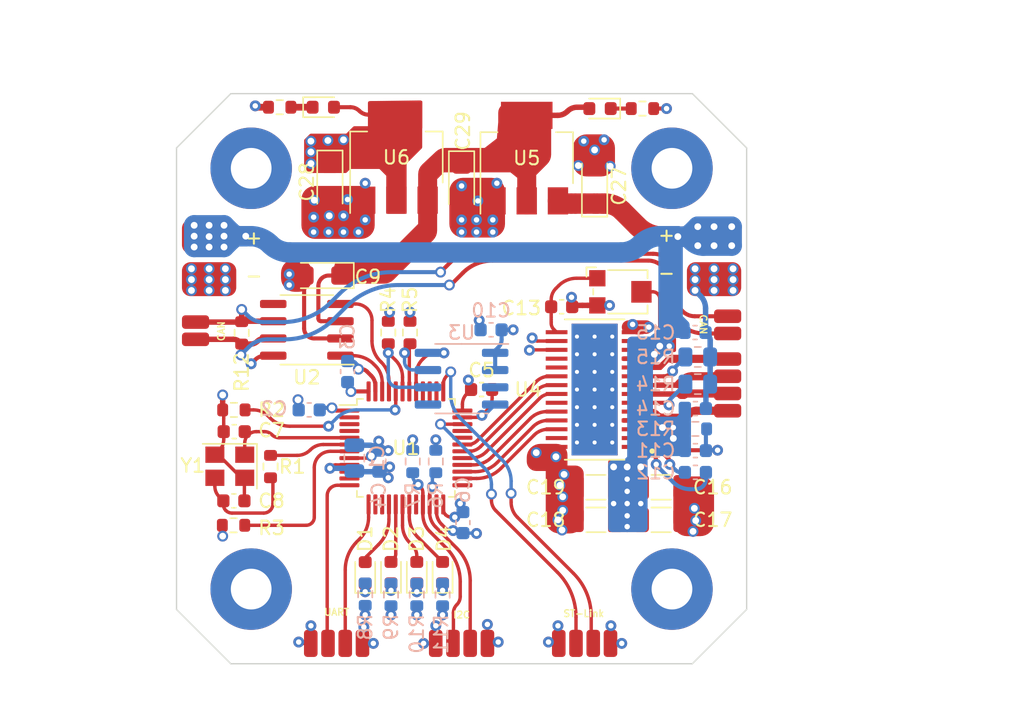
<source format=kicad_pcb>
(kicad_pcb (version 20211014) (generator pcbnew)
  (title_block (title "Closed-Loop Stepper Driver") (date "01/05/2022") (rev "0.2") (company "AI_Farm"))
  (layers (0 "F.Cu" signal) (1 "In1.Cu" power "3.3v") (2 "In2.Cu" power "GND") (31 "B.Cu" signal) (34 "B.Paste" user) (35 "F.Paste" user) (36 "B.SilkS" user "B.Silkscreen") (37 "F.SilkS" user "F.Silkscreen") (38 "B.Mask" user) (39 "F.Mask" user) (44 "Edge.Cuts" user))
  (net 0 "")
  (net 1 "+3V3")
  (net 2 "GND")
  (net 3 "HSE_IN")
  (net 4 "Net-(C8-Pad1)")
  (net 5 "+5V")
  (net 6 "+12V")
  (net 7 "VCP")
  (net 8 "CP1")
  (net 9 "CP2")
  (net 10 "V3P3")
  (net 11 "Net-(D1-Pad1)")
  (net 12 "LED1")
  (net 13 "Net-(D2-Pad1)")
  (net 14 "LED2")
  (net 15 "Net-(D3-Pad1)")
  (net 16 "LED3")
  (net 17 "Net-(D4-Pad1)")
  (net 18 "LED4")
  (net 19 "Net-(D5-Pad1)")
  (net 20 "HSE_OUT")
  (net 21 "BOOT0")
  (net 22 "NRST")
  (net 23 "I2C1_SDA")
  (net 24 "I2C1_SCL")
  (net 25 "I2C2_SDA")
  (net 26 "I2C2_SCL")
  (net 27 "CAN_H")
  (net 28 "CAN_L")
  (net 29 "ISENA")
  (net 30 "ISENB")
  (net 31 "VREF")
  (net 37 "UART2_TX")
  (net 38 "UART2_RX")
  (net 43 "mode0")
  (net 44 "mode1")
  (net 45 "mode2")
  (net 46 "dir")
  (net 47 "en")
  (net 48 "step")
  (net 49 "SWDIO")
  (net 50 "SWCLK")
  (net 54 "I2C1_DIR")
  (net 55 "CAN_RX")
  (net 56 "CAN_TX")
  (net 58 "A1")
  (net 59 "A2")
  (net 60 "B2")
  (net 61 "B1")
  (net 69 "Net-(D6-Pad1)")
  (footprint "Package_SO:SOIC-8_3.9x4.9mm_P1.27mm" (layer "F.Cu") (at 89.52 64.3 180)
    (fp_text reference "U2")
    (fp_text value "TJA1051T")
  )
  (footprint "MountingHole:MountingHole_3mm_Pad" (layer "F.Cu") (at 85.42 52.4)
    (fp_text reference "H4")
    (fp_text value "MountingHole")
  )
  (footprint "Capacitor_SMD:C_1206_3216Metric" (layer "F.Cu") (at 115.62 75.9)
    (fp_text reference "C16")
    (fp_text value "22uF")
  )
  (footprint "LED_SMD:LED_0603_1608Metric" (layer "F.Cu") (at 95.72 82.1875 90)
    (fp_text reference "D2")
    (fp_text value "R")
  )
  (footprint "Capacitor_SMD:C_1206_3216Metric" (layer "F.Cu") (at 115.62 78.3)
    (fp_text reference "C17")
    (fp_text value "22uF")
  )
  (footprint "Capacitor_SMD:C_0603_1608Metric" (layer "F.Cu") (at 102.395 68.7)
    (fp_text reference "C5")
    (fp_text value "100nF")
  )
  (footprint "LED_SMD:LED_0603_1608Metric" (layer "F.Cu") (at 90.7325 47.9)
    (fp_text reference "D5")
    (fp_text value "R")
  )
  (footprint "myCustomLibs:ConPadx04" (layer "F.Cu") (at 120.52 69.5)
    (fp_text reference "M1")
    (fp_text value "Conn_01x04")
  )
  (footprint "myCustomLibs:ConPadx04" (layer "F.Cu") (at 102.063 87.4 90)
    (fp_text reference "I2C1")
    (fp_text value "Conn_01x04")
  )
  (footprint "Potentiometer_SMD:Potentiometer_Bourns_TC33X_Vertical" (layer "F.Cu") (at 112.72 61.5)
    (fp_text reference "RV1")
    (fp_text value "50k")
  )
  (footprint "myCustomLibs:ConPadx02_small" (layer "F.Cu") (at 120.52 63.808 180)
    (fp_text reference "CAN2")
    (fp_text value "Conn_01x02")
  )
  (footprint "Capacitor_SMD:C_0603_1608Metric" (layer "F.Cu") (at 84.145 76.9)
    (fp_text reference "C8")
    (fp_text value "20pF")
  )
  (footprint "myCustomLibs:ConPadx02_small" (layer "F.Cu") (at 81.32 64.238 180)
    (fp_text reference "CAN1")
    (fp_text value "Conn_01x02")
  )
  (footprint "Resistor_SMD:R_0603_1608Metric" (layer "F.Cu") (at 84.145 70.2 180)
    (fp_text reference "R2")
    (fp_text value "10k")
  )
  (footprint "Package_TO_SOT_SMD:SOT-223-3_TabPin2" (layer "F.Cu") (at 96.12 51.6 90)
    (fp_text reference "U6")
    (fp_text value "AMS1117-3.3")
  )
  (footprint "Capacitor_Tantalum_SMD:CP_EIA-3216-10_Kemet-I" (layer "F.Cu") (at 91.22 53.4 -90)
    (fp_text reference "C28")
    (fp_text value "4.7uF")
  )
  (footprint "Resistor_SMD:R_0603_1608Metric" (layer "F.Cu") (at 95.52 64.5 90)
    (fp_text reference "R4")
    (fp_text value "4.7k")
  )
  (footprint "Resistor_SMD:R_0603_1608Metric" (layer "F.Cu") (at 114.245 48)
    (fp_text reference "R17")
    (fp_text value "470R")
  )
  (footprint "Resistor_SMD:R_0603_1608Metric" (layer "F.Cu") (at 97.12 64.5 90)
    (fp_text reference "R5")
    (fp_text value "4.7k")
  )
  (footprint "MountingHole:MountingHole_3mm_Pad" (layer "F.Cu") (at 85.42 83.4)
    (fp_text reference "H1")
    (fp_text value "MountingHole")
  )
  (footprint "Resistor_SMD:R_0603_1608Metric" (layer "F.Cu") (at 87.52 47.9 180)
    (fp_text reference "R16")
    (fp_text value "470R")
  )
  (footprint "Capacitor_Tantalum_SMD:CP_EIA-3216-10_Kemet-I" (layer "F.Cu") (at 100.92 53.45 -90)
    (fp_text reference "C29")
    (fp_text value "22uF")
  )
  (footprint "Capacitor_SMD:C_1206_3216Metric" (layer "F.Cu") (at 110.82 78.3 180)
    (fp_text reference "C18")
    (fp_text value "22uF")
  )
  (footprint "Capacitor_SMD:C_0603_1608Metric" (layer "F.Cu") (at 108.295 62.6)
    (fp_text reference "C13")
    (fp_text value "1uF")
  )
  (footprint "Package_TO_SOT_SMD:SOT-223-3_TabPin2" (layer "F.Cu") (at 105.72 51.65 90)
    (fp_text reference "U5")
    (fp_text value "AMS1117-5.0")
  )
  (footprint "myCustomLibs:ConPadx04" (layer "F.Cu") (at 111.128 87.4 90)
    (fp_text reference "ST-Link1")
    (fp_text value "Conn_01x04")
  )
  (footprint "MountingHole:MountingHole_3mm_Pad" (layer "F.Cu") (at 116.42 83.4)
    (fp_text reference "H2")
    (fp_text value "MountingHole")
  )
  (footprint "MountingHole:MountingHole_3mm_Pad" (layer "F.Cu") (at 116.42 52.4)
    (fp_text reference "H3")
    (fp_text value "MountingHole")
  )
  (footprint "LED_SMD:LED_0603_1608Metric" (layer "F.Cu") (at 111.12 48 180)
    (fp_text reference "D6")
    (fp_text value "R")
  )
  (footprint "LED_SMD:LED_0603_1608Metric" (layer "F.Cu") (at 93.82 82.2 90)
    (fp_text reference "D1")
    (fp_text value "R")
  )
  (footprint "Crystal:Crystal_SMD_3225-4Pin_3.2x2.5mm" (layer "F.Cu") (at 83.845 74.35 180)
    (fp_text reference "Y1")
    (fp_text value "8Mhz")
  )
  (footprint "Package_QFP:LQFP-48_7x7mm_P0.5mm" (layer "F.Cu") (at 96.82 73)
    (fp_text reference "U1")
    (fp_text value "STM32F103C8Tx")
  )
  (footprint "LED_SMD:LED_0603_1608Metric" (layer "F.Cu") (at 97.62 82.1875 90)
    (fp_text reference "D3")
    (fp_text value "G")
  )
  (footprint "LED_SMD:LED_0603_1608Metric" (layer "F.Cu") (at 99.52 82.1875 90)
    (fp_text reference "D4")
    (fp_text value "G")
  )
  (footprint "Capacitor_SMD:C_1206_3216Metric" (layer "F.Cu") (at 110.82 75.9 180)
    (fp_text reference "C19")
    (fp_text value "22uF")
  )
  (footprint "Capacitor_SMD:C_0603_1608Metric" (layer "F.Cu") (at 84.17 71.8 180)
    (fp_text reference "C7")
    (fp_text value "20pF")
  )
  (footprint "Resistor_SMD:R_0603_1608Metric" (layer "F.Cu") (at 84.12 78.7)
    (fp_text reference "R3")
    (fp_text value "10k")
  )
  (footprint "Resistor_SMD:R_0603_1608Metric" (layer "F.Cu") (at 84.72 64.525 90)
    (fp_text reference "R12")
    (fp_text value "120R")
  )
  (footprint "DRV8825PWPR:IC_TPS61196PWPRQ1" (layer "F.Cu") (at 110.72 68.7 180)
    (fp_text reference "U4")
    (fp_text value "DRV8825PWPR")
  )
  (footprint "Resistor_SMD:R_0603_1608Metric" (layer "F.Cu") (at 86.845 74.375 90)
    (fp_text reference "R1")
    (fp_text value "470R")
  )
  (footprint "myCustomLibs:ConPadx02" (layer "F.Cu") (at 119.52 58.0675)
    (fp_text reference "PW2")
    (fp_text value "Conn_01x02")
  )
  (footprint "Capacitor_Tantalum_SMD:CP_EIA-3216-10_Kemet-I" (layer "F.Cu") (at 90.67 60.3 180)
    (fp_text reference "C9")
    (fp_text value "4.7uF")
  )
  (footprint "Capacitor_Tantalum_SMD:CP_EIA-3216-10_Kemet-I" (layer "F.Cu") (at 110.72 53.65 90)
    (fp_text reference "C27")
    (fp_text value "22uF")
  )
  (footprint "myCustomLibs:ConPadx02" (layer "F.Cu") (at 82.32 58.0675)
    (fp_text reference "PW1")
    (fp_text value "Conn_01x02")
  )
  (footprint "myCustomLibs:ConPadx04" (layer "F.Cu") (at 90.572 87.4 -90)
    (fp_text reference "UART1")
    (fp_text value "Conn_01x04")
  )
  (footprint "Resistor_SMD:R_0603_1608Metric" (layer "B.Cu") (at 99.52 83.8 -90)
    (fp_text reference "R11")
    (fp_text value "470R")
  )
  (footprint "Resistor_SMD:R_0603_1608Metric" (layer "B.Cu") (at 97.62 83.8 -90)
    (fp_text reference "R10")
    (fp_text value "470R")
  )
  (footprint "Capacitor_SMD:C_0603_1608Metric" (layer "B.Cu") (at 92.52 67.375 90)
    (fp_text reference "C3")
    (fp_text value "100nF")
  )
  (footprint "Capacitor_SMD:C_0603_1608Metric" (layer "B.Cu") (at 89.695 70.2 180)
    (fp_text reference "C2")
    (fp_text value "100nF")
  )
  (footprint "Resistor_SMD:R_0603_1608Metric" (layer "B.Cu") (at 99.02 74 90)
    (fp_text reference "R6")
    (fp_text value "4.7k")
  )
  (footprint "Capacitor_SMD:C_0603_1608Metric" (layer "B.Cu") (at 103.095 64.3 180)
    (fp_text reference "C10")
    (fp_text value "100nF")
  )
  (footprint "Resistor_SMD:R_0603_1608Metric" (layer "B.Cu") (at 95.72 83.8 -90)
    (fp_text reference "R9")
    (fp_text value "470R")
  )
  (footprint "Capacitor_SMD:C_0805_2012Metric" (layer "B.Cu") (at 93.02 73.75 90)
    (fp_text reference "C1")
    (fp_text value "10uF")
  )
  (footprint "Capacitor_SMD:C_0603_1608Metric" (layer "B.Cu") (at 118.145 73.2)
    (fp_text reference "C11")
    (fp_text value "100nF")
  )
  (footprint "Resistor_SMD:R_0805_2012Metric" (layer "B.Cu") (at 118.32 68.3)
    (fp_text reference "R14")
    (fp_text value "0.25R")
  )
  (footprint "Package_SO:SOIC-8_3.9x4.9mm_P1.27mm" (layer "B.Cu") (at 100.92 67.9 180)
    (fp_text reference "U3")
    (fp_text value "AS5600")
  )
  (footprint "Resistor_SMD:R_0603_1608Metric" (layer "B.Cu") (at 97.32 74 90)
    (fp_text reference "R7")
    (fp_text value "4.7k")
  )
  (footprint "Capacitor_SMD:C_0603_1608Metric" (layer "B.Cu") (at 118.145 74.8 180)
    (fp_text reference "C12")
    (fp_text value "10nF")
  )
  (footprint "Capacitor_SMD:C_0603_1608Metric" (layer "B.Cu") (at 94.82 73.975 90)
    (fp_text reference "C4")
    (fp_text value "100nF")
  )
  (footprint "Resistor_SMD:R_0603_1608Metric" (layer "B.Cu") (at 118.145 71.6)
    (fp_text reference "R13")
    (fp_text value "1M")
  )
  (footprint "Resistor_SMD:R_0805_2012Metric" (layer "B.Cu") (at 118.32 66.3)
    (fp_text reference "R15")
    (fp_text value "0.25R")
  )
  (footprint "" (layer "B.Cu") (at 110.72 68.7 180)
    (fp_text reference "")
    (fp_text value "")
  )
  (footprint "Capacitor_SMD:C_0603_1608Metric" (layer "B.Cu") (at 101.02 78.5 -90)
    (fp_text reference "C6")
    (fp_text value "100nF")
  )
  (footprint "Capacitor_SMD:C_0603_1608Metric" (layer "B.Cu") (at 118.145 70.1)
    (fp_text reference "C14")
    (fp_text value "100nF")
  )
  (footprint "Resistor_SMD:R_0603_1608Metric" (layer "B.Cu") (at 93.82 83.775 -90)
    (fp_text reference "R8")
    (fp_text value "470R")
  )
  (footprint "Capacitor_SMD:C_0603_1608Metric" (layer "B.Cu") (at 118.12 64.5)
    (fp_text reference "C15")
    (fp_text value "100nF")
  )
  (gr_line (start 83.92 88.9) (end 79.92 84.9) (layer "Edge.Cuts") (width 0.1))
  (gr_line (start 79.92 84.9) (end 79.92 50.9) (layer "Edge.Cuts") (width 0.1))
  (gr_line (start 117.92 46.9) (end 121.92 50.9) (layer "Edge.Cuts") (width 0.1))
  (gr_line (start 121.92 50.9) (end 121.92 84.9) (layer "Edge.Cuts") (width 0.1))
  (gr_line (start 83.92 46.9) (end 117.92 46.9) (layer "Edge.Cuts") (width 0.1))
  (gr_line (start 83.92 88.9) (end 117.92 88.9) (layer "Edge.Cuts") (width 0.1))
  (gr_line (start 79.92 50.9) (end 83.92 46.9) (layer "Edge.Cuts") (width 0.1))
  (gr_line (start 117.92 88.9) (end 121.92 84.9) (layer "Edge.Cuts") (width 0.1))
  (gr_text "UART" (at 91.72 85.1) (layer "F.SilkS") (effects (font (size 0.5 0.5) (thickness 0.1))))
  (gr_text "-" (at 116.02 60.1) (layer "F.SilkS") (effects (font (size 1 1))))
  (gr_text "ST-Link" (at 109.92 85.2) (layer "F.SilkS") (effects (font (size 0.5 0.5) (thickness 0.1))))
  (gr_text "-" (at 85.62 60.3) (layer "F.SilkS") (effects (font (size 1 1))))
  (gr_text "+" (at 85.62 57.5) (layer "F.SilkS") (effects (font (size 1 1))))
  (gr_text "+" (at 116.02 57.3) (layer "F.SilkS") (effects (font (size 1 1))))
  (gr_text "I2C" (at 100.92 85.3) (layer "F.SilkS") (effects (font (size 0.5 0.5) (thickness 0.1))))
  (gr_text "CAN" (at 83.22 64.4 90) (layer "F.SilkS") (effects (font (size 0.5 0.5) (thickness 0.1))))
  (gr_text "CAN" (at 118.72 63.9 270) (layer "F.SilkS") (effects (font (size 0.5 0.5) (thickness 0.1))))
  (segment (start 88.97 87.35) (end 88.92 87.3) (width 0.25) (layer "F.Cu") (net 1))
  (segment (start 105.92 65.8) (end 105.9325 65.7875) (width 0.25) (layer "F.Cu") (net 1))
  (segment (start 95.62 63) (end 95.57 63.05) (width 0.25) (layer "F.Cu") (net 1))
  (segment (start 111.89 86.151213) (end 111.89 86.985) (width 0.25) (layer "F.Cu") (net 1))
  (segment (start 83.32 79.5) (end 83.32 78.742677) (width 0.4) (layer "F.Cu") (net 1))
  (segment (start 91.711421 70.25) (end 92.6575 70.25) (width 0.3) (layer "F.Cu") (net 1))
  (segment (start 92.731091 47.9) (end 91.52 47.9) (width 0.3) (layer "F.Cu") (net 1))
  (segment (start 92.791338 68.8375) (end 94.07 68.8375) (width 0.3) (layer "F.Cu") (net 1))
  (segment (start 94.058908 48.45) (end 96.12 48.45) (width 0.3) (layer "F.Cu") (net 1))
  (segment (start 105.962677 65.775) (end 107.92 65.775) (width 0.25) (layer "F.Cu") (net 1))
  (segment (start 89.09071 87.4) (end 89.415 87.4) (width 0.25) (layer "F.Cu") (net 1))
  (segment (start 91.646776 74.25) (end 92.6575 74.25) (width 0.25) (layer "F.Cu") (net 1))
  (segment (start 101.301249 69.018749) (end 101.443223 68.876776) (width 0.25) (layer "F.Cu") (net 1))
  (segment (start 89.82 86.1) (end 89.815 86.105) (width 0.25) (layer "F.Cu") (net 1))
  (segment (start 91.37 70.05) (end 91.47 70.15) (width 0.3) (layer "F.Cu") (net 1))
  (segment (start 103.449289 87.4) (end 103.1725 87.4) (width 0.25) (layer "F.Cu") (net 1))
  (segment (start 99.57 77.502512) (end 99.57 77.1625) (width 0.25) (layer "F.Cu") (net 1))
  (segment (start 101.42 68) (end 101.52 68.1) (width 0.25) (layer "F.Cu") (net 1))
  (segment (start 83.3075 78.7125) (end 83.295 78.7) (width 0.4) (layer "F.Cu") (net 1))
  (segment (start 91.22 74.5) (end 91.345 74.375) (width 0.25) (layer "F.Cu") (net 1))
  (segment (start 101.62 68.45) (end 101.62 68.341421) (width 0.25) (layer "F.Cu") (net 1))
  (segment (start 100.42 78.1) (end 100.167487 78.1) (width 0.25) (layer "F.Cu") (net 1))
  (segment (start 92.77 68.85) (end 92.77625 68.84375) (width 0.3) (layer "F.Cu") (net 1))
  (segment (start 106.504099 65.125) (end 107.92 65.125) (width 0.25) (layer "F.Cu") (net 1))
  (segment (start 100.9825 69.78828) (end 100.9825 70.25) (width 0.25) (layer "F.Cu") (net 1))
  (segment (start 102.82 86) (end 102.8225 86.0025) (width 0.25) (layer "F.Cu") (net 1))
  (segment (start 89.81 87.005) (end 89.81 86.117071) (width 0.25) (layer "F.Cu") (net 1))
  (segment (start 95.52 63.17071) (end 95.52 63.675) (width 0.25) (layer "F.Cu") (net 1))
  (segment (start 106.2325 65.0125) (end 106.12 64.9) (width 0.25) (layer "F.Cu") (net 1))
  (segment (start 102.825 87.0525) (end 102.825 86.008535) (width 0.25) (layer "F.Cu") (net 1))
  (segment (start 112.305 87.4) (end 112.72 87.4) (width 0.25) (layer "F.Cu") (net 1))
  (segment (start 97.12 63) (end 97.12 63.675) (width 0.25) (layer "F.Cu") (net 1))
  (segment (start 103.62 87.3) (end 103.57 87.35) (width 0.25) (layer "F.Cu") (net 1))
  (segment (start 111.905 86.115) (end 111.92 86.1) (width 0.25) (layer "F.Cu") (net 1))
  (via (at 89.82 52.05) (size 0.8) (drill 0.5) (layers "F.Cu" "B.Cu") (net 1))
  (via (at 95.52 75.2) (size 0.8) (drill 0.4) (layers "F.Cu" "B.Cu") (net 1))
  (via (at 103.62 87.3) (size 0.8) (drill 0.4) (layers "F.Cu" "B.Cu") (net 1))
  (via (at 102.82 86) (size 0.8) (drill 0.4) (layers "F.Cu" "B.Cu") (net 1))
  (via (at 112.72 87.4) (size 0.8) (drill 0.4) (layers "F.Cu" "B.Cu") (net 1))
  (via (at 95.62 63) (size 0.8) (drill 0.4) (layers "F.Cu" "B.Cu") (net 1))
  (via (at 95.62 74.4) (size 0.8) (drill 0.4) (layers "F.Cu" "B.Cu") (net 1))
  (via (at 92.77 68.85) (size 0.8) (drill 0.5) (layers "F.Cu" "B.Cu") (net 1))
  (via (at 111.92 86.1) (size 0.8) (drill 0.4) (layers "F.Cu" "B.Cu") (net 1))
  (via (at 97.12 63) (size 0.8) (drill 0.4) (layers "F.Cu" "B.Cu") (net 1))
  (via (at 88.92 87.3) (size 0.8) (drill 0.4) (layers "F.Cu" "B.Cu") (net 1))
  (via (at 100.82 77.1) (size 0.8) (drill 0.4) (layers "F.Cu" "B.Cu") (net 1))
  (via (at 106.12 64.9) (size 0.8) (drill 0.4) (layers "F.Cu" "B.Cu") (net 1))
  (via (at 104.72 64.3) (size 0.8) (drill 0.4) (layers "F.Cu" "B.Cu") (net 1))
  (via (at 92.22 50.3) (size 0.8) (drill 0.5) (layers "F.Cu" "B.Cu") (net 1))
  (via (at 91.22 74.5) (size 0.8) (drill 0.4) (layers "F.Cu" "B.Cu") (net 1))
  (via (at 101.42 68) (size 0.8) (drill 0.4) (layers "F.Cu" "B.Cu") (net 1))
  (via (at 99.02 72.4) (size 0.8) (drill 0.4) (layers "F.Cu" "B.Cu") (net 1))
  (via (at 89.82 86.1) (size 0.8) (drill 0.4) (layers "F.Cu" "B.Cu") (net 1))
  (via (at 105.92 65.8) (size 0.8) (drill 0.4) (layers "F.Cu" "B.Cu") (net 1))
  (via (at 89.82 50.4) (size 0.8) (drill 0.5) (layers "F.Cu" "B.Cu") (net 1))
  (via (at 91.07 50.35) (size 0.8) (drill 0.5) (layers "F.Cu" "B.Cu") (net 1))
  (via (at 83.32 79.5) (size 0.8) (drill 0.5) (layers "F.Cu" "B.Cu") (net 1))
  (via (at 91.37 70.05) (size 0.8) (drill 0.5) (layers "F.Cu" "B.Cu") (net 1))
  (via (at 89.82 51.2) (size 0.8) (drill 0.5) (layers "F.Cu" "B.Cu") (net 1))
  (via (at 100.42 78.1) (size 0.8) (drill 0.4) (layers "F.Cu" "B.Cu") (net 1))
  (via (at 97.32 72.4) (size 0.8) (drill 0.4) (layers "F.Cu" "B.Cu") (net 1))
  (arc (start 91.47 70.15) (mid 91.580764 70.22401) (end 91.711421 70.25) (width 0.3) (layer "F.Cu") (net 1))
  (arc (start 95.57 63.05) (mid 95.532994 63.105382) (end 95.52 63.17071) (width 0.25) (layer "F.Cu") (net 1))
  (arc (start 93.395 48.175) (mid 93.090396 47.97147) (end 92.731091 47.9) (width 0.3) (layer "F.Cu") (net 1))
  (arc (start 101.443223 68.876776) (mid 101.574057 68.680969) (end 101.62 68.45) (width 0.25) (layer "F.Cu") (net 1))
  (arc (start 93.395 48.175) (mid 93.699603 48.378529) (end 94.058908 48.45) (width 0.3) (layer "F.Cu") (net 1))
  (arc (start 89.81 87.005) (mid 89.694307 87.284307) (end 89.415 87.4) (width 0.25) (layer "F.Cu") (net 1))
  (arc (start 83.3075 78.7125) (mid 83.316751 78.726345) (end 83.32 78.742677) (width 0.4) (layer "F.Cu") (net 1))
  (arc (start 102.825 86.008535) (mid 102.82435 86.005268) (end 102.8225 86.0025) (width 0.25) (layer "F.Cu") (net 1))
  (arc (start 103.449289 87.4) (mid 103.514617 87.387005) (end 103.57 87.35) (width 0.25) (layer "F.Cu") (net 1))
  (arc (start 89.81 86.117071) (mid 89.811299 86.110538) (end 89.815 86.105) (width 0.25) (layer "F.Cu") (net 1))
  (arc (start 106.2325 65.0125) (mid 106.35711 65.095762) (end 106.504099 65.125) (width 0.25) (layer "F.Cu") (net 1))
  (arc (start 101.301249 69.018749) (mid 101.06534 69.371813) (end 100.9825 69.78828) (width 0.25) (layer "F.Cu") (net 1))
  (arc (start 99.57 77.502512) (mid 99.615481 77.73116) (end 99.745 77.925) (width 0.25) (layer "F.Cu") (net 1))
  (arc (start 111.905 86.115) (mid 111.893898 86.131614) (end 111.89 86.151213) (width 0.25) (layer "F.Cu") (net 1))
  (arc (start 88.97 87.35) (mid 89.025382 87.387005) (end 89.09071 87.4) (width 0.25) (layer "F.Cu") (net 1))
  (arc (start 105.962677 65.775) (mid 105.946345 65.778248) (end 105.9325 65.7875) (width 0.25) (layer "F.Cu") (net 1))
  (arc (start 100.167487 78.1) (mid 99.938838 78.054518) (end 99.745 77.925) (width 0.25) (layer "F.Cu") (net 1))
  (arc (start 112.305 87.4) (mid 112.01155 87.278449) (end 111.89 86.985) (width 0.25) (layer "F.Cu") (net 1))
  (arc (start 91.345 74.375) (mid 91.483456 74.282486) (end 91.646776 74.25) (width 0.25) (layer "F.Cu") (net 1))
  (arc (start 102.825 87.0525) (mid 102.92678 87.298219) (end 103.1725 87.4) (width 0.25) (layer "F.Cu") (net 1))
  (arc (start 92.791338 68.8375) (mid 92.783172 68.839124) (end 92.77625 68.84375) (width 0.3) (layer "F.Cu") (net 1))
  (arc (start 101.52 68.1) (mid 101.59401 68.210764) (end 101.62 68.341421) (width 0.25) (layer "F.Cu") (net 1))
  (segment (start 92.92 74.6) (end 92.9325 74.6125) (width 0.4) (layer "B.Cu") (net 1))
  (segment (start 103.395 66.05875) (end 103.395 66.10125) (width 0.3) (layer "B.Cu") (net 1))
  (segment (start 92.77 68.85) (end 92.645 68.725) (width 0.3) (layer "B.Cu") (net 1))
  (segment (start 103.395 66.165) (end 103.395 66.335) (width 0.3) (layer "B.Cu") (net 1))
  (segment (start 103.395 66.01625) (end 103.395 66.05875) (width 0.3) (layer "B.Cu") (net 1))
  (segment (start 94.695 74.75) (end 94.57 74.75) (width 0.3) (layer "B.Cu") (net 1))
  (segment (start 103.395 65.97375) (end 103.395 66.01625) (width 0.3) (layer "B.Cu") (net 1))
  (segment (start 92.98875 74.66875) (end 92.9575 74.6375) (width 0.4) (layer "B.Cu") (net 1))
  (segment (start 100.42 78.1) (end 100.71545 77.804549) (width 0.3) (layer "B.Cu") (net 1))
  (segment (start 97.32 72.4) (end 97.32 73.175) (width 0.3) (layer "B.Cu") (net 1))
  (segment (start 92.9325 74.6125) (end 92.9575 74.6375) (width 0.4) (layer "B.Cu") (net 1))
  (segment (start 94.945 74.75) (end 95.045 74.75) (width 0.3) (layer "B.Cu") (net 1))
  (segment (start 93.00125 74.68125) (end 93.01375 74.69375) (width 0.4) (layer "B.Cu") (net 1))
  (segment (start 93.105355 74.75) (end 94.32 74.75) (width 0.4) (layer "B.Cu") (net 1))
  (segment (start 100.82 77.1) (end 100.92 77.2) (width 0.3) (layer "B.Cu") (net 1))
  (segment (start 94.695 74.75) (end 94.82 74.75) (width 0.3) (layer "B.Cu") (net 1))
  (segment (start 91.37 70.05) (end 90.726066 70.05) (width 0.3) (layer "B.Cu") (net 1))
  (segment (start 95.429099 74.5909) (end 95.62 74.4) (width 0.3) (layer "B.Cu") (net 1))
  (segment (start 91.22 74.5) (end 92.678578 74.5) (width 0.4) (layer "B.Cu") (net 1))
  (segment (start 94.32 74.75) (end 94.57 74.75) (width 0.4) (layer "B.Cu") (net 1))
  (segment (start 103.395 65.93125) (end 103.395 65.97375) (width 0.3) (layer "B.Cu") (net 1))
  (segment (start 90.545 70.125) (end 90.47 70.2) (width 0.3) (layer "B.Cu") (net 1))
  (segment (start 104.72 64.3) (end 104.295 64.3) (width 0.3) (layer "B.Cu") (net 1))
  (segment (start 99.02 72.4) (end 99.02 73.175) (width 0.3) (layer "B.Cu") (net 1))
  (segment (start 103.395 66.165) (end 103.395 66.10125) (width 0.3) (layer "B.Cu") (net 1))
  (segment (start 93.02625 74.70625) (end 93.03875 74.71875) (width 0.4) (layer "B.Cu") (net 1))
  (segment (start 94.695 74.75) (end 94.57 74.75) (width 0.4) (layer "B.Cu") (net 1))
  (segment (start 94.695 74.75) (end 94.82 74.75) (width 0.4) (layer "B.Cu") (net 1))
  (segment (start 103.87 64.725) (end 103.87 65.014124) (width 0.3) (layer "B.Cu") (net 1))
  (segment (start 94.57 74.75) (end 94.32 74.75) (width 0.3) (layer "B.Cu") (net 1))
  (segment (start 94.945 74.75) (end 94.82 74.75) (width 0.4) (layer "B.Cu") (net 1))
  (segment (start 103.395 65.93125) (end 103.395 65.91) (width 0.3) (layer "B.Cu") (net 1))
  (segment (start 92.52 68.423223) (end 92.52 68.15) (width 0.3) (layer "B.Cu") (net 1))
  (segment (start 93.01375 74.69375) (end 93.02625 74.70625) (width 0.4) (layer "B.Cu") (net 1))
  (segment (start 94.945 74.75) (end 94.82 74.75) (width 0.3) (layer "B.Cu") (net 1))
  (segment (start 101.02 77.6125) (end 101.02 77.441421) (width 0.3) (layer "B.Cu") (net 1))
  (segment (start 93.045 74.725) (end 93.03875 74.71875) (width 0.4) (layer "B.Cu") (net 1))
  (segment (start 103.632499 65.587499) (end 103.455104 65.764895) (width 0.3) (layer "B.Cu") (net 1))
  (segment (start 95.158388 74.838388) (end 95.52 75.2) (width 0.3) (layer "B.Cu") (net 1))
  (segment (start 92.98875 74.66875) (end 93.00125 74.68125) (width 0.4) (layer "B.Cu") (net 1))
  (segment (start 103.395 66.335) (end 103.395 67.265) (width 0.3) (layer "B.Cu") (net 1))
  (arc (start 95.429099 74.5909) (mid 95.252872 74.708651) (end 95.045 74.75) (width 0.3) (layer "B.Cu") (net 1))
  (arc (start 94.695 74.75) (mid 94.695 74.75) (end 94.695 74.75) (width 0.4) (layer "B.Cu") (net 1))
  (arc (start 94.82 74.75) (mid 94.82 74.75) (end 94.82 74.75) (width 0.4) (layer "B.Cu") (net 1))
  (arc (start 92.92 74.6) (mid 92.809234 74.525989) (end 92.678578 74.5) (width 0.4) (layer "B.Cu") (net 1))
  (arc (start 94.57 74.75) (mid 94.57 74.75) (end 94.57 74.75) (width 0.4) (layer "B.Cu") (net 1))
  (arc (start 103.632499 65.587499) (mid 103.808275 65.324432) (end 103.87 65.014124) (width 0.3) (layer "B.Cu") (net 1))
  (arc (start 90.726066 70.05) (mid 90.628073 70.069491) (end 90.545 70.125) (width 0.3) (layer "B.Cu") (net 1))
  (arc (start 101.02 77.6125) (mid 100.987049 77.692049) (end 100.9075 77.725) (width 0.3) (layer "B.Cu") (net 1))
  (arc (start 94.945 74.75) (mid 95.060484 74.772971) (end 95.158388 74.838388) (width 0.3) (layer "B.Cu") (net 1))
  (arc (start 94.945 74.75) (mid 94.945 74.75) (end 94.945 74.75) (width 0.3) (layer "B.Cu") (net 1))
  (arc (start 100.92 77.2) (mid 100.99401 77.310764) (end 101.02 77.441421) (width 0.3) (layer "B.Cu") (net 1))
  (arc (start 93.045 74.725) (mid 93.072691 74.743502) (end 93.105355 74.75) (width 0.4) (layer "B.Cu") (net 1))
  (arc (start 92.52 68.423223) (mid 92.552486 68.586543) (end 92.645 68.725) (width 0.3) (layer "B.Cu") (net 1))
  (arc (start 103.455104 65.764895) (mid 103.41062 65.831469) (end 103.395 65.91) (width 0.3) (layer "B.Cu") (net 1))
  (arc (start 100.71545 77.804549) (mid 100.803563 77.745674) (end 100.9075 77.725) (width 0.3) (layer "B.Cu") (net 1))
  (arc (start 104.295 64.3) (mid 103.994479 64.424479) (end 103.87 64.725) (width 0.3) (layer "B.Cu") (net 1))
  (segment (start 114.079834 64.475) (end 113.8075 64.475) (width 0.3) (layer "F.Cu") (net 2))
  (segment (start 100.296027 79.091784) (end 100.103905 79.091784) (width 0.25) (layer "F.Cu") (net 2))
  (segment (start 100.92 55.529732) (end 100.92 55.649554) (width 0.5) (layer "F.Cu") (net 2))
  (segment (start 103.42 54.3875) (end 103.42 54.6125) (width 0.5) (layer "F.Cu") (net 2))
  (segment (start 103.42 53.735355) (end 103.42 54.064645) (width 0.5) (layer "F.Cu") (net 2))
  (segment (start 103.42 53.735355) (end 103.42 53.57071) (width 0.5) (layer "F.Cu") (net 2))
  (segment (start 83.395 72.365862) (end 83.395 72.382207) (width 0.25) (layer "F.Cu") (net 2))
  (segment (start 103.42 54.064645) (end 103.42 54.3875) (width 0.5) (layer "F.Cu") (net 2))
  (segment (start 86.435728 66.205) (end 87.045 66.205) (width 0.3) (layer "F.Cu") (net 2))
  (segment (start 93.82 53.734375) (end 93.82 53.865625) (width 0.5) (layer "F.Cu") (net 2))
  (segment (start 100.92 55.649554) (end 100.92 55.769377) (width 0.5) (layer "F.Cu") (net 2))
  (segment (start 110.72 51.05) (end 110.72 51.75) (width 0.3) (layer "F.Cu") (net 2))
  (segment (start 90.062591 64.935) (end 91.995 64.935) (width 0.3) (layer "F.Cu") (net 2))
  (segment (start 117.1575 78.3) (end 117.1075 78.3) (width 0.6) (layer "F.Cu") (net 2))
  (segment (start 108.05 86.13) (end 108.02 86.1) (width 0.25) (layer "F.Cu") (net 2))
  (segment (start 103.42 54.95) (end 103.42 55.1) (width 0.5) (layer "F.Cu") (net 2))
  (segment (start 84.927322 75.2) (end 84.820489 75.2) (width 0.25) (layer "F.Cu") (net 2))
  (segment (start 110.210717 62.5) (end 109.825177 62.5) (width 0.4) (layer "F.Cu") (net 2))
  (segment (start 108.426066 75.9) (end 109.3075 75.9) (width 0.6) (layer "F.Cu") (net 2))
  (segment (start 108.972772 78.397227) (end 108.32 79.05) (width 0.6) (layer "F.Cu") (net 2))
  (segment (start 100.92 54.04375) (end 100.92 54.18125) (width 0.5) (layer "F.Cu") (net 2))
  (segment (start 83.395 72.22693) (end 83.395 72.140008) (width 0.25) (layer "F.Cu") (net 2))
  (segment (start 111.595 62.5) (end 111.37 62.5) (width 0.4) (layer "F.Cu") (net 2))
  (segment (start 88.22 60.2) (end 88.27 60.25) (width 0.3) (layer "F.Cu") (net 2))
  (segment (start 93.82 53.578125) (end 93.82 53.734375) (width 0.5) (layer "F.Cu") (net 2))
  (segment (start 90.67 54.75) (end 90.07 54.75) (width 0.4) (layer "F.Cu") (net 2))
  (segment (start 109.57 52.25) (end 109.52 52.2) (width 0.3) (layer "F.Cu") (net 2))
  (segment (start 84.92 75.242677) (end 84.92 76.9) (width 0.25) (layer "F.Cu") (net 2))
  (segment (start 108.08 87.07) (end 108.08 86.202426) (width 0.25) (layer "F.Cu") (net 2))
  (segment (start 103.42 54.6125) (end 103.42 54.65) (width 0.5) (layer "F.Cu") (net 2))
  (segment (start 99.454489 78.634489) (end 99.775933 78.955933) (width 0.25) (layer "F.Cu") (net 2))
  (segment (start 107.37 87.35) (end 107.32 87.3) (width 0.25) (layer "F.Cu") (net 2))
  (segment (start 83.395 70.446403) (end 83.395 70.683144) (width 0.25) (layer "F.Cu") (net 2))
  (segment (start 93.550916 67.2) (end 93.32 67.2) (width 0.3) (layer "F.Cu") (net 2))
  (segment (start 109.07 62.529289) (end 109.07 61.985355) (width 0.4) (layer "F.Cu") (net 2))
  (segment (start 93.82 54.4375) (end 93.82 54.9625) (width 0.5) (layer "F.Cu") (net 2))
  (segment (start 99.0175 86.1025) (end 99.02 86.1) (width 0.25) (layer "F.Cu") (net 2))
  (segment (start 103.17 69.319669) (end 103.17 68.7) (width 0.25) (layer "F.Cu") (net 2))
  (segment (start 93.82 55.046875) (end 93.82 55.403125) (width 0.5) (layer "F.Cu") (net 2))
  (segment (start 85.7175 66.5025) (end 85.42 66.8) (width 0.3) (layer "F.Cu") (net 2))
  (segment (start 100.92 54.18125) (end 100.92 54.31875) (width 0.5) (layer "F.Cu") (net 2))
  (segment (start 107.14552 72.925) (end 107.5825 72.925) (width 0.25) (layer "F.Cu") (net 2))
  (segment (start 111.76375 62.5) (end 111.82 62.5) (width 0.4) (layer "F.Cu") (net 2))
  (segment (start 85.89071 47.9) (end 86.695 47.9) (width 0.5) (layer "F.Cu") (net 2))
  (segment (start 100.92 55.290088) (end 100.92 55.40991) (width 0.5) (layer "F.Cu") (net 2))
  (segment (start 103.42 55.3625) (end 103.42 55.4) (width 0.5) (layer "F.Cu") (net 2))
  (segment (start 103.42 55.25) (end 103.42 55.2875) (width 0.5) (layer "F.Cu") (net 2))
  (segment (start 93.82 56.096875) (end 93.82 56.2) (width 0.5) (layer "F.Cu") (net 2))
  (segment (start 107.895 73.625) (end 107.87 73.65) (width 0.25) (layer "F.Cu") (net 2))
  (segment (start 83.395 72.22693) (end 83.395 72.29231) (width 0.25) (layer "F.Cu") (net 2))
  (segment (start 117.128838 78.308838) (end 117.97 79.15) (width 0.6) (layer "F.Cu") (net 2))
  (segment (start 116.02 48) (end 115.07 48) (width 0.3) (layer "F.Cu") (net 2))
  (segment (start 99.07 77.70625) (end 99.07 77.1625) (width 0.25) (layer "F.Cu") (net 2))
  (segment (start 100.92 54.764645) (end 100.92 54.835355) (width 0.5) (layer "F.Cu") (net 2))
  (segment (start 100.92 54.835355) (end 100.92 54.906065) (width 0.5) (layer "F.Cu") (net 2))
  (segment (start 100.92 53.7) (end 100.92 53.76875) (width 0.5) (layer "F.Cu") (net 2))
  (segment (start 117.264194 78.255805) (end 118.07 77.45) (width 0.6) (layer "F.Cu") (net 2))
  (segment (start 109.2075 75.9) (end 109.3075 75.9) (width 0.6) (layer "F.Cu") (net 2))
  (segment (start 83.395 72.333172) (end 83.395 72.349517) (width 0.25) (layer "F.Cu") (net 2))
  (segment (start 83.395 71.900784) (end 83.395 72.140008) (width 0.25) (layer "F.Cu") (net 2))
  (segment (start 93.82 54.071875) (end 93.82 54.278125) (width 0.5) (layer "F.Cu") (net 2))
  (segment (start 83.395 72.316827) (end 83.395 72.333172) (width 0.25) (layer "F.Cu") (net 2))
  (segment (start 117.1075 78.3) (end 118.084644 78.3) (width 0.6) (layer "F.Cu") (net 2))
  (segment (start 103.42 55.2875) (end 103.42 55.3625) (width 0.5) (layer "F.Cu") (net 2))
  (segment (start 117.095 78.2875) (end 117.095 75.9) (width 0.6) (layer "F.Cu") (net 2))
  (segment (start 83.395 70.328033) (end 83.395 70.446403) (width 0.25) (layer "F.Cu") (net 2))
  (segment (start 91.22 55.3) (end 91.22 55.814644) (width 0.4) (layer "F.Cu") (net 2))
  (segment (start 106.6325 73.1375) (end 106.42 73.35) (width 0.25) (layer "F.Cu") (net 2))
  (segment (start 93.62 86.37071) (end 93.62 87) (width 0.25) (layer "F.Cu") (net 2))
  (segment (start 103.47 53.45) (end 103.52 53.4) (width 0.5) (layer "F.Cu") (net 2))
  (segment (start 108.972772 78.202772) (end 108.37 77.6) (width 0.6) (layer "F.Cu") (net 2))
  (segment (start 91.17 55.9) (end 91.195 55.875) (width 0.4) (layer "F.Cu") (net 2))
  (segment (start 118.145 78.325) (end 118.17 78.35) (width 0.6) (layer "F.Cu") (net 2))
  (segment (start 100.92 54.906065) (end 100.92 55.290088) (width 0.5) (layer "F.Cu") (net 2))
  (segment (start 110.608572 62.5) (end 110.695 62.5) (width 0.4) (layer "F.Cu") (net 2))
  (segment (start 109.825177 62.5) (end 109.435532 62.5) (width 0.4) (layer "F.Cu") (net 2))
  (segment (start 100.92 55.40991) (end 100.92 55.529732) (width 0.5) (layer "F.Cu") (net 2))
  (segment (start 100.92 54.04375) (end 100.92 53.90625) (width 0.5) (layer "F.Cu") (net 2))
  (segment (start 94.27 73.6) (end 94.195 73.675) (width 0.25) (layer "F.Cu") (net 2))
  (segment (start 102.163933 70.75) (end 100.9825 70.75) (width 0.25) (layer "F.Cu") (net 2))
  (segment (start 108.02 78.3) (end 109.2075 78.3) (width 0.6) (layer "F.Cu") (net 2))
  (segment (start 83.395 70.819101) (end 83.395 71.257413) (width 0.25) (layer "F.Cu") (net 2))
  (segment (start 108.245 75.825) (end 108.17 75.75) (width 0.6) (layer "F.Cu") (net 2))
  (segment (start 94.57 68.412834) (end 94.57 68.8375) (width 0.3) (layer "F.Cu") (net 2))
  (segment (start 100.87 55.95) (end 100.82 56) (width 0.5) (layer "F.Cu") (net 2))
  (segment (start 83.32 70.146966) (end 83.32 69.1) (width 0.4) (layer "F.Cu") (net 2))
  (segment (start 108.47 74.95) (end 109.318483 75.798483) (width 0.6) (layer "F.Cu") (net 2))
  (segment (start 111.145 62.5) (end 110.92 62.5) (width 0.4) (layer "F.Cu") (net 2))
  (segment (start 93.82 55.890625) (end 93.82 56.096875) (width 0.5) (layer "F.Cu") (net 2))
  (segment (start 93.82 55.890625) (end 93.82 55.759375) (width 0.5) (layer "F.Cu") (net 2))
  (segment (start 93.82 53.5) (end 93.82 53.578125) (width 0.5) (layer "F.Cu") (net 2))
  (segment (start 98.5675 87.4) (end 98.12 87.4) (width 0.25) (layer "F.Cu") (net 2))
  (segment (start 83.395 72.29231) (end 83.395 72.316827) (width 0.25) (layer "F.Cu") (net 2))
  (segment (start 83.395 72.39038) (end 83.395 72.382207) (width 0.25) (layer "F.Cu") (net 2))
  (segment (start 93.82 53.865625) (end 93.82 54.071875) (width 0.5) (layer "F.Cu") (net 2))
  (segment (start 83.395 72.349517) (end 83.395 72.365862) (width 0.25) (layer "F.Cu") (net 2))
  (segment (start 111.37 62.5) (end 111.145 62.5) (width 0.4) (layer "F.Cu") (net 2))
  (segment (start 107.75 87.4) (end 107.49071 87.4) (width 0.25) (layer "F.Cu") (net 2))
  (segment (start 100.92 55.769377) (end 100.92 55.829289) (width 0.5) (layer "F.Cu") (net 2))
  (segment (start 93.82 55.403125) (end 93.82 55.759375) (width 0.5) (layer "F.Cu") (net 2))
  (segment (start 93.82 54.9625) (end 93.82 55.046875) (width 0.5) (layer "F.Cu") (net 2))
  (segment (start 83.07 73.175) (end 82.833734 73.411265) (width 0.25) (layer "F.Cu") (net 2))
  (segment (start 94.42 87.4) (end 94.02 87.4) (width 0.25) (layer "F.Cu") (net 2))
  (segment (start 93.82 54.4375) (end 93.82 54.278125) (width 0.5) (layer "F.Cu") (net 2))
  (segment (start 111.784644 52.3) (end 111.27 52.3) (width 0.3) (layer "F.Cu") (net 2))
  (segment (start 110.608572 62.5) (end 110.210717 62.5) (width 0.4) (layer "F.Cu") (net 2))
  (segment (start 103.42 54.8) (end 103.42 54.95) (width 0.5) (layer "F.Cu") (net 2))
  (segment (start 102.42 70.6) (end 102.795 70.225) (width 0.25) (layer "F.Cu") (net 2))
  (segment (start 111.65125 62.5) (end 111.595 62.5) (width 0.4) (layer "F.Cu") (net 2))
  (segment (start 111.845 52.275) (end 111.87 52.25) (width 0.3) (layer "F.Cu") (net 2))
  (segment (start 107.92 73.2625) (end 107.92 73.564644) (width 0.25) (layer "F.Cu") (net 2))
  (segment (start 93.67 86.25) (end 93.72 86.2) (width 0.25) (layer "F.Cu") (net 2))
  (segment (start 84.607935 75.111957) (end 83.084712 73.588734) (width 0.25) (layer "F.Cu") (net 2))
  (segment (start 99.015 86.108535) (end 99.015 86.9525) (width 0.25) (layer "F.Cu") (net 2))
  (segment (start 83.395 71.257413) (end 83.395 71.695725) (width 0.25) (layer "F.Cu") (net 2))
  (segment (start 102.42 70.6) (end 102.345 70.675) (width 0.25) (layer "F.Cu") (net 2))
  (segment (start 109.435532 62.5) (end 109.24071 62.5) (width 0.4) (layer "F.Cu") (net 2))
  (segment (start 94.269715 67.687883) (end 93.945114 67.363282) (width 0.3) (layer "F.Cu") (net 2))
  (segment (start 109.02 61.9) (end 109.045 61.925) (width 0.4) (layer "F.Cu") (net 2))
  (segment (start 94.013933 73.75) (end 92.6575 73.75) (width 0.25) (layer "F.Cu") (net 2))
  (segment (start 83.395 70.683144) (end 83.395 70.819101) (width 0.25) (layer "F.Cu") (net 2))
  (segment (start 109.69071 52.3) (end 110.17 52.3) (width 0.3) (layer "F.Cu") (net 2))
  (segment (start 111.76375 62.5) (end 111.65125 62.5) (width 0.4) (layer "F.Cu") (net 2))
  (segment (start 108.972772 75.997227) (end 108.37 76.6) (width 0.6) (layer "F.Cu") (net 2))
  (segment (start 114.72 64.1) (end 114.5325 64.2875) (width 0.3) (layer "F.Cu") (net 2))
  (segment (start 113.52 64.1875) (end 113.52 63.9) (width 0.3) (layer "F.Cu") (net 2))
  (segment (start 100.92 53.76875) (end 100.92 53.90625) (width 0.5) (layer "F.Cu") (net 2))
  (segment (start 110.92 62.5) (end 110.695 62.5) (width 0.4) (layer "F.Cu") (net 2))
  (segment (start 85.77 47.85) (end 85.72 47.8) (width 0.5) (layer "F.Cu") (net 2))
  (segment (start 89.32 64.192408) (end 89.32 60.8) (width 0.3) (layer "F.Cu") (net 2))
  (segment (start 83.395 71.695725) (end 83.395 71.900784) (width 0.25) (layer "F.Cu") (net 2))
  (segment (start 100.92 54.31875) (end 100.92 54.764645) (width 0.5) (layer "F.Cu") (net 2))
  (segment (start 103.42 55.1) (end 103.42 55.25) (width 0.5) (layer "F.Cu") (net 2))
  (segment (start 111.27 52.3) (end 110.17 52.3) (width 0.3) (layer "F.Cu") (net 2))
  (segment (start 103.42 54.65) (end 103.42 54.8) (width 0.5) (layer "F.Cu") (net 2))
  (segment (start 88.39071 60.3) (end 88.82 60.3) (width 0.3) (layer "F.Cu") (net 2))
  (via (at 83.52 61.4) (size 0.8) (drill 0.5) (layers "F.Cu" "B.Cu") (net 2))
  (via (at 100.92 56.2) (size 0.8) (drill 0.4) (layers "F.Cu" "B.Cu") (net 2))
  (via (at 120.92 60.6) (size 0.8) (drill 0.5) (layers "F.Cu" "B.Cu") (net 2))
  (via (at 93.82 85.3) (size 0.8) (drill 0.4) (layers "F.Cu" "B.Cu") (net 2))
  (via (at 99.52 85.3) (size 0.8) (drill 0.4) (layers "F.Cu" "B.Cu") (net 2))
  (via (at 108.37 77.6) (size 0.8) (drill 0.5) (layers "F.Cu" "B.Cu") (net 2))
  (via (at 108.47 74.95) (size 0.8) (drill 0.5) (layers "F.Cu" "B.Cu") (net 2))
  (via (at 102.02 57.1) (size 0.8) (drill 0.4) (layers "F.Cu" "B.Cu") (net 2))
  (via (at 108.32 79.05) (size 0.8) (drill 0.5) (layers "F.Cu" "B.Cu") (net 2))
  (via (at 93.32 57.1) (size 0.8) (drill 0.4) (layers "F.Cu" "B.Cu") (net 2))
  (via (at 106.42 73.35) (size 0.8) (drill 0.5) (layers "F.Cu" "B.Cu") (net 2))
  (via (at 94.82 72.5) (size 0.8) (drill 0.4) (layers "F.Cu" "B.Cu") (net 2))
  (via (at 118.07 77.45) (size 0.8) (drill 0.5) (layers "F.Cu" "B.Cu") (net 2))
  (via (at 88.22 61) (size 0.8) (drill 0.4) (layers "F.Cu" "B.Cu") (net 2))
  (via (at 92.22 57.1) (size 0.8) (drill 0.4) (layers "F.Cu" "B.Cu") (net 2))
  (via (at 94.27 73.6) (size 0.8) (drill 0.5) (layers "F.Cu" "B.Cu") (net 2))
  (via (at 99.02 86.1) (size 0.8) (drill 0.4) (layers "F.Cu" "B.Cu") (net 2))
  (via (at 92.22 55.9) (size 0.8) (drill 0.4) (layers "F.Cu" "B.Cu") (net 2))
  (via (at 120.92 59.8) (size 0.8) (drill 0.5) (layers "F.Cu" "B.Cu") (net 2))
  (via (at 83.52 60.6) (size 0.8) (drill 0.5) (layers "F.Cu" "B.Cu") (net 2))
  (via (at 102.12 54.8) (size 0.8) (drill 0.4) (layers "F.Cu" "B.Cu") (net 2))
  (via (at 108.02 86.1) (size 0.8) (drill 0.4) (layers "F.Cu" "B.Cu") (net 2))
  (via (at 109.92 50.4) (size 0.8) (drill 0.4) (layers "F.Cu" "B.Cu") (net 2))
  (via (at 85.42 66.8) (size 0.8) (drill 0.4) (layers "F.Cu" "B.Cu") (net 2))
  (via (at 103.22 56.2) (size 0.8) (drill 0.4) (layers "F.Cu" "B.Cu") (net 2))
  (via (at 91.12 57.1) (size 0.8) (drill 0.4) (layers "F.Cu" "B.Cu") (net 2))
  (via (at 90.07 54.75) (size 0.8) (drill 0.5) (layers "F.Cu" "B.Cu") (net 2))
  (via (at 90.02 56) (size 0.8) (drill 0.4) (layers "F.Cu" "B.Cu") (net 2))
  (via (at 108.02 78.3) (size 0.8) (drill 0.5) (layers "F.Cu" "B.Cu") (net 2))
  (via (at 94.42 87.4) (size 0.8) (drill 0.4) (layers "F.Cu" "B.Cu") (net 2))
  (via (at 120.92 61.4) (size 0.8) (drill 0.5) (layers "F.Cu" "B.Cu") (net 2))
  (via (at 107.32 87.3) (size 0.8) (drill 0.4) (layers "F.Cu" "B.Cu") (net 2))
  (via (at 95.72 85.3) (size 0.8) (drill 0.4) (layers "F.Cu" "B.Cu") (net 2))
  (via (at 118.12 61.4) (size 0.8) (drill 0.5) (layers "F.Cu" "B.Cu") (net 2))
  (via (at 88.22 60.2) (size 0.8) (drill 0.4) (layers "F.Cu" "B.Cu") (net 2))
  (via (at 119.52 60.6) (size 0.8) (drill 0.5) (layers "F.Cu" "B.Cu") (net 2))
  (via (at 82.32 61.4) (size 0.8) (drill 0.5) (layers "F.Cu" "B.Cu") (net 2))
  (via (at 81.02 59.8) (size 0.8) (drill 0.5) (layers "F.Cu" "B.Cu") (net 2))
  (via (at 113.52 63.9) (size 0.8) (drill 0.4) (layers "F.Cu" "B.Cu") (net 2))
  (via (at 81.02 60.6) (size 0.8) (drill 0.5) (layers "F.Cu" "B.Cu") (net 2))
  (via (at 91.17 55.9) (size 0.8) (drill 0.5) (layers "F.Cu" "B.Cu") (net 2))
  (via (at 85.72 47.8) (size 0.8) (drill 0.4) (layers "F.Cu" "B.Cu") (net 2))
  (via (at 111.87 52.25) (size 0.8) (drill 0.5) (layers "F.Cu" "B.Cu") (net 2))
  (via (at 93.72 86.2) (size 0.8) (drill 0.4) (layers "F.Cu" "B.Cu") (net 2))
  (via (at 82.32 60.6) (size 0.8) (drill 0.5) (layers "F.Cu" "B.Cu") (net 2))
  (via (at 82.32 59.8) (size 0.8) (drill 0.5) (layers "F.Cu" "B.Cu") (net 2))
  (via (at 93.82 53.5) (size 0.8) (drill 0.4) (layers "F.Cu" "B.Cu") (net 2))
  (via (at 90.02 57.1) (size 0.8) (drill 0.4) (layers "F.Cu" "B.Cu") (net 2))
  (via (at 108.37 76.6) (size 0.8) (drill 0.5) (layers "F.Cu" "B.Cu") (net 2))
  (via (at 92.52 54.7) (size 0.8) (drill 0.4) (layers "F.Cu" "B.Cu") (net 2))
  (via (at 95.52 73.2) (size 0.8) (drill 0.4) (layers "F.Cu" "B.Cu") (net 2))
  (via (at 100.296027 79.091784) (size 0.8) (drill 0.4) (layers "F.Cu" "B.Cu") (net 2))
  (via (at 83.32 69.1) (size 0.8) (drill 0.5) (layers "F.Cu" "B.Cu") (net 2))
  (via (at 102.42 70.6) (size 0.8) (drill 0.4) (layers "F.Cu" "B.Cu") (net 2))
  (via (at 119.52 59.8) (size 0.8) (drill 0.5) (layers "F.Cu" "B.Cu") (net 2))
  (via (at 111.82 62.5) (size 0.8) (drill 0.4) (layers "F.Cu" "B.Cu") (net 2))
  (via (at 100.92 53.7) (size 0.8) (drill 0.4) (layers "F.Cu" "B.Cu") (net 2))
  (via (at 93.82 56.2) (size 0.8) (drill 0.4) (layers "F.Cu" "B.Cu") (net 2))
  (via (at 102.22 63.6) (size 0.8) (drill 0.4) (layers "F.Cu" "B.Cu") (net 2))
  (via (at 118.12 60.6) (size 0.8) (drill 0.5) (layers "F.Cu" "B.Cu") (net 2))
  (via (at 107.87 73.65) (size 0.8) (drill 0.5) (layers "F.Cu" "B.Cu") (net 2))
  (via (at 98.12 87.4) (size 0.8) (drill 0.4) (layers "F.Cu" "B.Cu") (net 2))
  (via (at 103.22 57.1) (size 0.8) (drill 0.4) (layers "F.Cu" "B.Cu") (net 2))
  (via (at 111.42 50.3) (size 0.8) (drill 0.4) (layers "F.Cu" "B.Cu") (net 2))
  (via (at 81.02 61.4) (size 0.8) (drill 0.5) (layers "F.Cu" "B.Cu") (net 2))
  (via (at 116.02 48) (size 0.8) (drill 0.4) (layers "F.Cu" "B.Cu") (net 2))
  (via (at 118.17 78.35) (size 0.8) (drill 0.5) (layers "F.Cu" "B.Cu") (net 2))
  (via (at 88.87 69.45) (size 0.8) (drill 0.5) (layers "F.Cu" "B.Cu") (net 2))
  (via (at 108.17 75.75) (size 0.8) (drill 0.5) (layers "F.Cu" "B.Cu") (net 2))
  (via (at 100.92 57.1) (size 0.8) (drill 0.4) (layers "F.Cu" "B.Cu") (net 2))
  (via (at 102.02 79.3) (size 0.8) (drill 0.4) (layers "F.Cu" "B.Cu") (net 2))
  (via (at 117.97 79.15) (size 0.8) (drill 0.5) (layers "F.Cu" "B.Cu") (net 2))
  (via (at 93.32 67.2) (size 0.8) (drill 0.5) (layers "F.Cu" "B.Cu") (net 2))
  (via (at 110.72 51.05) (size 0.8) (drill 0.5) (layers "F.Cu" "B.Cu") (net 2))
  (via (at 109.52 52.2) (size 0.8) (drill 0.5) (layers "F.Cu" "B.Cu") (net 2))
  (via (at 118.12 59.8) (size 0.8) (drill 0.5) (layers "F.Cu" "B.Cu") (net 2))
  (via (at 102.02 56.2) (size 0.8) (drill 0.4) (layers "F.Cu" "B.Cu") (net 2))
  (via (at 97.62 85.3) (size 0.8) (drill 0.4) (layers "F.Cu" "B.Cu") (net 2))
  (via (at 109.02 61.9) (size 0.8) (drill 0.4) (layers "F.Cu" "B.Cu") (net 2))
  (via (at 119.52 61.4) (size 0.8) (drill 0.5) (layers "F.Cu" "B.Cu") (net 2))
  (via (at 103.52 53.5) (size 0.8) (drill 0.4) (layers "F.Cu" "B.Cu") (net 2))
  (via (at 83.52 59.8) (size 0.8) (drill 0.5) (layers "F.Cu" "B.Cu") (net 2))
  (via (at 114.72 64.1) (size 0.8) (drill 0.4) (layers "F.Cu" "B.Cu") (net 2))
  (arc (start 110.72 51.75) (mid 110.558908 52.138908) (end 110.17 52.3) (width 0.3) (layer "F.Cu") (net 2))
  (arc (start 90.062591 64.935) (mid 89.778413 64.878473) (end 89.5375 64.7175) (width 0.3) (layer "F.Cu") (net 2))
  (arc (start 85.77 47.85) (mid 85.825382 47.887005) (end 85.89071 47.9) (width 0.5) (layer "F.Cu") (net 2))
  (arc (start 103.17 69.319669) (mid 103.07254 69.80963) (end 102.795 70.225) (width 0.25) (layer "F.Cu") (net 2))
  (arc (start 83.32 70.146966) (mid 83.329745 70.195962) (end 83.3575 70.2375) (width 0.4) (layer "F.Cu") (net 2))
  (arc (start 118.145 78.325) (mid 118.117308 78.306497) (end 118.084644 78.3) (width 0.6) (layer "F.Cu") (net 2))
  (arc (start 108.05 86.13) (mid 108.072203 86.163229) (end 108.08 86.202426) (width 0.25) (layer "F.Cu") (net 2))
  (arc (start 117.1075 78.3) (mid 117.098661 78.296338) (end 117.095 78.2875) (width 0.6) (layer "F.Cu") (net 2))
  (arc (start 109.57 52.25) (mid 109.625382 52.287005) (end 109.69071 52.3) (width 0.3) (layer "F.Cu") (net 2))
  (arc (start 108.426066 75.9) (mid 108.328073 75.880508) (end 108.245 75.825) (width 0.6) (layer "F.Cu") (net 2))
  (arc (start 109.318483 75.798483) (mid 109.338108 75.827854) (end 109.345 75.8625) (width 0.6) (layer "F.Cu") (net 2))
  (arc (start 84.927322 75.2) (mid 84.934087 75.20452) (end 84.9325 75.2125) (width 0.25) (layer "F.Cu") (net 2))
  (arc (start 108.972772 78.202772) (mid 109.080466 78.274731) (end 109.2075 78.3) (width 0.6) (layer "F.Cu") (net 2))
  (arc (start 89.32 60.8) (mid 89.173553 60.446446) (end 88.82 60.3) (width 0.3) (layer "F.Cu") (net 2))
  (arc (start 82.870489 73.5) (mid 82.822466 73.467912) (end 82.833734 73.411265) (width 0.25) (layer "F.Cu") (net 2))
  (arc (start 93.67 86.25) (mid 93.632994 86.305382) (end 93.62 86.37071) (width 0.25) (layer "F.Cu") (net 2))
  (arc (start 91.22 55.814644) (mid 91.213502 55.847308) (end 91.195 55.875) (width 0.4) (layer "F.Cu") (net 2))
  (arc (start 88.39071 60.3) (mid 88.325382 60.287005) (end 88.27 60.25) (width 0.3) (layer "F.Cu") (net 2))
  (arc (start 109.2075 78.3) (mid 109.2075 78.3) (end 109.2075 78.3) (width 0.6) (layer "F.Cu") (net 2))
  (arc (start 108.972772 75.997227) (mid 109.080466 75.925268) (end 109.2075 75.9) (width 0.6) (layer "F.Cu") (net 2))
  (arc (start 107.895 73.625) (mid 107.913502 73.597308) (end 107.92 73.564644) (width 0.25) (layer "F.Cu") (net 2))
  (arc (start 117.128838 78.308838) (mid 117.119048 78.302296) (end 117.1075 78.3) (width 0.6) (layer "F.Cu") (net 2))
  (arc (start 109.345 75.8625) (mid 109.334016 75.889016) (end 109.3075 75.9) (width 0.6) (layer "F.Cu") (net 2))
  (arc (start 107.92 73.2625) (mid 107.821148 73.023851) (end 107.5825 72.925) (width 0.25) (layer "F.Cu") (net 2))
  (arc (start 100.87 55.95) (mid 100.907005 55.894617) (end 100.92 55.829289) (width 0.5) (layer "F.Cu") (net 2))
  (arc (start 111.784644 52.3) (mid 111.817308 52.293502) (end 111.845 52.275) (width 0.3) (layer "F.Cu") (net 2))
  (arc (start 84.607935 75.111957) (mid 84.705455 75.177118) (end 84.820489 75.2) (width 0.25) (layer "F.Cu") (net 2))
  (arc (start 108.972772 78.397227) (mid 109.080466 78.325268) (end 109.2075 78.3) (width 0.6) (layer "F.Cu") (net 2))
  (arc (start 108.08 87.07) (mid 107.983345 87.303345) (end 107.75 87.4) (width 0.25) (layer "F.Cu") (net 2))
  (arc (start 111.27 52.3) (mid 110.881091 52.138908) (end 110.72 51.75) (width 0.3) (layer "F.Cu") (net 2))
  (arc (start 99.07 77.70625) (mid 99.169925 78.208609) (end 99.454489 78.634489) (width 0.25) (layer "F.Cu") (net 2))
  (arc (start 94.195 73.675) (mid 94.111925 73.730508) (end 94.013933 73.75) (width 0.25) (layer "F.Cu") (net 2))
  (arc (start 109.12 62.55) (mid 109.175382 62.512994) (end 109.24071 62.5) (width 0.4) (layer "F.Cu") (net 2))
  (arc (start 84.92 75.242677) (mid 84.923248 75.226345) (end 84.9325 75.2125) (width 0.25) (layer "F.Cu") (net 2))
  (arc (start 99.015 86.108535) (mid 99.015649 86.105268) (end 99.0175 86.1025) (width 0.25) (layer "F.Cu") (net 2))
  (arc (start 103.47 53.45) (mid 103.432994 53.505382) (end 103.42 53.57071) (width 0.5) (layer "F.Cu") (net 2))
  (arc (start 109.07 62.529289) (mid 109.08808 62.556349) (end 109.12 62.55) (width 0.4) (layer "F.Cu") (net 2))
  (arc (start 93.945114 67.363282) (mid 93.764254 67.242435) (end 93.550916 67.2) (width 0.3) (layer "F.Cu") (net 2))
  (arc (start 83.07 73.175) (mid 83.310535 72.815013) (end 83.395 72.39038) (width 0.25) (layer "F.Cu") (net 2))
  (arc (start 113.8075 64.475) (mid 113.604206 64.390793) (end 113.52 64.1875) (width 0.3) (layer "F.Cu") (net 2))
  (arc (start 107.14552 72.925) (mid 106.867875 72.980226) (end 106.6325 73.1375) (width 0.25) (layer "F.Cu") (net 2))
  (arc (start 89.32 64.192408) (mid 89.376526 64.476585) (end 89.5375 64.7175) (width 0.3) (layer "F.Cu") (net 2))
  (arc (start 90.67 54.75) (mid 91.058908 54.911091) (end 91.22 55.3) (width 0.4) (layer "F.Cu") (net 2))
  (arc (start 109.345 75.8625) (mid 109.334016 75.889016) (end 109.3075 75.9) (width 0.6) (layer "F.Cu") (net 2))
  (arc (start 98.5675 87.4) (mid 98.88393 87.26893) (end 99.015 86.9525) (width 0.25) (layer "F.Cu") (net 2))
  (arc (start 94.269715 67.687883) (mid 94.491958 68.020493) (end 94.57 68.412834) (width 0.3) (layer "F.Cu") (net 2))
  (arc (start 117.1575 78.3) (mid 117.215242 78.288514) (end 117.264194 78.255805) (width 0.6) (layer "F.Cu") (net 2))
  (arc (start 85.7175 66.5025) (mid 86.047025 66.282317) (end 86.435728 66.205) (width 0.3) (layer "F.Cu") (net 2))
  (arc (start 83.084712 73.588734) (mid 82.986425 73.523061) (end 82.870489 73.5) (width 0.25) (layer "F.Cu") (net 2))
  (arc (start 114.079834 64.475) (mid 114.324815 64.42627) (end 114.5325 64.2875) (width 0.3) (layer "F.Cu") (net 2))
  (arc (start 117.1075 78.3) (mid 117.1075 78.3) (end 117.1075 78.3) (width 0.6) (layer "F.Cu") (net 2))
  (arc (start 100.103905 79.091784) (mid 99.926408 79.056477) (end 99.775933 78.955933) (width 0.25) (layer "F.Cu") (net 2))
  (arc (start 109.3075 75.9) (mid 109.3075 75.9) (end 109.3075 75.9) (width 0.6) (layer "F.Cu") (net 2))
  (arc (start 94.02 87.4) (mid 93.737157 87.282842) (end 93.62 87) (width 0.25) (layer "F.Cu") (net 2))
  (arc (start 109.07 61.985355) (mid 109.063502 61.952691) (end 109.045 61.925) (width 0.4) (layer "F.Cu") (net 2))
  (arc (start 117.1075 78.3) (mid 117.1075 78.3) (end 117.1075 78.3) (width 0.6) (layer "F.Cu") (net 2))
  (arc (start 102.163933 70.75) (mid 102.261925 70.730508) (end 102.345 70.675) (width 0.25) (layer "F.Cu") (net 2))
  (arc (start 117.1075 78.3) (mid 117.098661 78.296338) (end 117.095 78.2875) (width 0.6) (layer "F.Cu") (net 2))
  (arc (start 107.37 87.35) (mid 107.425382 87.387005) (end 107.49071 87.4) (width 0.25) (layer "F.Cu") (net 2))
  (arc (start 108.972772 78.202772) (mid 109.013045 78.299999) (end 108.972772 78.397227) (width 0.6) (layer "F.Cu") (net 2))
  (arc (start 83.395 70.328033) (mid 83.385254 70.279036) (end 83.3575 70.2375) (width 0.25) (layer "F.Cu") (net 2))
  (segment (start 97.62 85.3) (end 97.62 84.625) (width 0.25) (layer "B.Cu") (net 2))
  (segment (start 119.2325 66.211131) (end 119.2325 66.633674) (width 0.4) (layer "B.Cu") (net 2))
  (segment (start 95.102842 73.2) (end 95.52 73.2) (width 0.25) (layer "B.Cu") (net 2))
  (segment (start 119.2325 65.507174) (end 119.2325 65.630325) (width 0.4) (layer "B.Cu") (net 2))
  (segment (start 94.473033 73.546966) (end 94.62 73.4) (width 0.25) (layer "B.Cu") (net 2))
  (segment (start 118.92 68.83347) (end 118.92 70.1) (width 0.4) (layer "B.Cu") (net 2))
  (segment (start 119.2325 66.011425) (end 119.2325 66.111278) (width 0.4) (layer "B.Cu") (net 2))
  (segment (start 94.137157 72.8) (end 93.02 72.8) (width 0.4) (layer "B.Cu") (net 2))
  (segment (start 88.895 69.475) (end 88.87 69.45) (width 0.3) (layer "B.Cu") (net 2))
  (segment (start 119.2325 65.630325) (end 119.2325 66.011425) (width 0.4) (layer "B.Cu") (net 2))
  (segment (start 119.2325 65.137723) (end 119.2325 65.260873) (width 0.4) (layer "B.Cu") (net 2))
  (segment (start 119.2325 68.079029) (end 119.2325 67.948056) (width 0.4) (layer "B.Cu") (net 2))
  (segment (start 101.149553 79.275) (end 101.977322 79.275) (width 0.25) (layer "B.Cu") (net 2))
  (segment (start 119.2325 65.384023) (end 119.2325 65.260873) (width 0.4) (layer "B.Cu") (net 2))
  (segment (start 102.32 63.77071) (end 102.32 64.3) (width 0.25) (layer "B.Cu") (net 2))
  (segment (start 93.32 67.2) (end 93.32 67.084388) (width 0.3) (layer "B.Cu") (net 2))
  (segment (start 94.345 73.6) (end 94.27 73.6) (width 0.25) (layer "B.Cu") (net 2))
  (segment (start 118.895 62.723007) (end 118.895 64.261351) (width 0.4) (layer "B.Cu") (net 2))
  (segment (start 119.2325 65.137723) (end 119.2325 65.076148) (width 0.4) (layer "B.Cu") (net 2))
  (segment (start 118.5075 61.7875) (end 118.12 61.4) (width 0.4) (layer "B.Cu") (net 2))
  (segment (start 119.2325 67.073354) (end 119.2325 67.513034) (width 0.4) (layer "B.Cu") (net 2))
  (segment (start 92.736559 66.6) (end 92.52 66.6) (width 0.3) (layer "B.Cu") (net 2))
  (segment (start 102.663639 70.53636) (end 103.395 69.805) (width 0.25) (layer "B.Cu") (net 2))
  (segment (start 88.92 69.535355) (end 88.92 70.2) (width 0.3) (layer "B.Cu") (net 2))
  (segment (start 102.27 63.65) (end 102.22 63.6) (width 0.25) (layer "B.Cu") (net 2))
  (segment (start 99.52 85.3) (end 99.52 84.625) (width 0.25) (layer "B.Cu") (net 2))
  (segment (start 94.82 72.5) (end 94.82 72.917157) (width 0.25) (layer "B.Cu") (net 2))
  (segment (start 102.51 70.6) (end 102.42 70.6) (width 0.25) (layer "B.Cu") (net 2))
  (segment (start 119.2325 67.686111) (end 119.2325 67.513034) (width 0.4) (layer "B.Cu") (net 2))
  (segment (start 93.056756 66.705532) (end 93.238249 66.887025) (width 0.3) (layer "B.Cu") (net 2))
  (segment (start 119.2325 67.686111) (end 119.2325 67.948056) (width 0.4) (layer "B.Cu") (net 2))
  (segment (start 95.72 85.3) (end 95.72 84.625) (width 0.25) (layer "B.Cu") (net 2))
  (segment (start 100.70723 79.091784) (end 100.296027 79.091784) (width 0.25) (layer "B.Cu") (net 2))
  (segment (start 119.2325 65.384023) (end 119.2325 65.507174) (width 0.4) (layer "B.Cu") (net 2))
  (segment (start 102.02 79.3) (end 102.0075 79.2875) (width 0.25) (layer "B.Cu") (net 2))
  (segment (start 119.2325 66.633674) (end 119.2325 67.073354) (width 0.4) (layer "B.Cu") (net 2))
  (segment (start 93.82 85.3) (end 93.82 84.6) (width 0.25) (layer "B.Cu") (net 2))
  (segment (start 119.2325 66.111278) (end 119.2325 66.211131) (width 0.4) (layer "B.Cu") (net 2))
  (arc (start 118.895 64.261351) (mid 118.938856 64.481833) (end 119.06375 64.66875) (width 0.4) (layer "B.Cu") (net 2))
  (arc (start 93.056756 66.705532) (mid 92.90462 66.627735) (end 92.736559 66.6) (width 0.3) (layer "B.Cu") (net 2))
  (arc (start 118.895 62.723007) (mid 118.794292 62.216714) (end 118.5075 61.7875) (width 0.4) (layer "B.Cu") (net 2))
  (arc (start 94.62 73.4) (mid 94.841529 73.251978) (end 95.102842 73.2) (width 0.25) (layer "B.Cu") (net 2))
  (arc (start 94.473033 73.546966) (mid 94.41429 73.586216) (end 94.345 73.6) (width 0.25) (layer "B.Cu") (net 2))
  (arc (start 119.07625 68.45625) (mid 118.960608 68.62932) (end 118.92 68.83347) (width 0.4) (layer "B.Cu") (net 2))
  (arc (start 102.663639 70.53636) (mid 102.593148 70.58346) (end 102.51 70.6) (width 0.25) (layer "B.Cu") (net 2))
  (arc (start 119.2325 65.076148) (mid 119.188643 64.855665) (end 119.06375 64.66875) (width 0.4) (layer "B.Cu") (net 2))
  (arc (start 102.32 63.77071) (mid 102.307005 63.705382) (end 102.27 63.65) (width 0.25) (layer "B.Cu") (net 2))
  (arc (start 88.895 69.475) (mid 88.913502 69.502691) (end 88.92 69.535355) (width 0.3) (layer "B.Cu") (net 2))
  (arc (start 102.0075 79.2875) (mid 101.993654 79.278248) (end 101.977322 79.275) (width 0.25) (layer "B.Cu") (net 2))
  (arc (start 94.82 72.917157) (mid 94.747676 73.025396) (end 94.62 73) (width 0.4) (layer "B.Cu") (net 2))
  (arc (start 100.70723 79.091784) (mid 100.826922 79.115592) (end 100.928392 79.183392) (width 0.25) (layer "B.Cu") (net 2))
  (arc (start 119.2325 68.079029) (mid 119.191891 68.283179) (end 119.07625 68.45625) (width 0.4) (layer "B.Cu") (net 2))
  (arc (start 94.137157 72.8) (mid 94.398469 72.851978) (end 94.62 73) (width 0.4) (layer "B.Cu") (net 2))
  (arc (start 94.62 73.4) (mid 94.702842 73.2) (end 94.62 73) (width 0.25) (layer "B.Cu") (net 2))
  (arc (start 93.32 67.084388) (mid 93.298753 66.977576) (end 93.238249 66.887025) (width 0.3) (layer "B.Cu") (net 2))
  (arc (start 95.102842 73.2) (mid 94.902842 73.117157) (end 94.82 72.917157) (width 0.25) (layer "B.Cu") (net 2))
  (arc (start 101.149553 79.275) (mid 101.029861 79.251191) (end 100.928392 79.183392) (width 0.25) (layer "B.Cu") (net 2))
  (segment (start 84.945 72.65) (end 84.945 73.5) (width 0.25) (layer "F.Cu") (net 3))
  (segment (start 87.488198 72.25) (end 92.6575 72.25) (width 0.25) (layer "F.Cu") (net 3))
  (segment (start 85.795 71.8) (end 86.401801 71.8) (width 0.25) (layer "F.Cu") (net 3))
  (arc (start 85.795 71.8) (mid 85.193959 72.048959) (end 84.945 72.65) (width 0.25) (layer "F.Cu") (net 3))
  (arc (start 86.945 72.025) (mid 87.194221 72.191524) (end 87.488198 72.25) (width 0.25) (layer "F.Cu") (net 3))
  (arc (start 86.945 72.025) (mid 86.695778 71.858475) (end 86.401801 71.8) (width 0.25) (layer "F.Cu") (net 3))
  (segment (start 83.184384 76.714384) (end 83.0575 76.5875) (width 0.25) (layer "F.Cu") (net 4))
  (segment (start 83.5575 77.6125) (end 83.555615 77.610615) (width 0.25) (layer "F.Cu") (net 4))
  (segment (start 87.02 77.117157) (end 87.02 75.2) (width 0.25) (layer "F.Cu") (net 4))
  (segment (start 86.337157 77.8) (end 84.010165 77.8) (width 0.25) (layer "F.Cu") (net 4))
  (segment (start 82.745 75.833058) (end 82.745 75.2) (width 0.25) (layer "F.Cu") (net 4))
  (arc (start 87.02 77.117157) (mid 86.968021 77.378469) (end 86.82 77.6) (width 0.25) (layer "F.Cu") (net 4))
  (arc (start 83.5575 77.6125) (mid 83.765184 77.75127) (end 84.010165 77.8) (width 0.25) (layer "F.Cu") (net 4))
  (arc (start 83.37 77.1625) (mid 83.321759 76.919981) (end 83.184384 76.714384) (width 0.25) (layer "F.Cu") (net 4))
  (arc (start 86.337157 77.8) (mid 86.598469 77.748021) (end 86.82 77.6) (width 0.25) (layer "F.Cu") (net 4))
  (arc (start 82.745 75.833058) (mid 82.826216 76.241359) (end 83.0575 76.5875) (width 0.25) (layer "F.Cu") (net 4))
  (arc (start 83.555615 77.610615) (mid 83.418239 77.405018) (end 83.37 77.1625) (width 0.25) (layer "F.Cu") (net 4))
  (segment (start 109.444264 47.9) (end 110.161789 47.9) (width 0.4) (layer "F.Cu") (net 5))
  (segment (start 110.2825 47.95) (end 110.3325 48) (width 0.4) (layer "F.Cu") (net 5))
  (segment (start 90.36952 61.069017) (end 90.36952 63.467863) (width 0.3) (layer "F.Cu") (net 5))
  (segment (start 91.138537 60.3) (end 92.02 60.3) (width 0.3) (layer "F.Cu") (net 5))
  (segment (start 107.995735 48.5) (end 105.72 48.5) (width 0.4) (layer "F.Cu") (net 5))
  (segment (start 90.566656 63.665) (end 91.995 63.665) (width 0.3) (layer "F.Cu") (net 5))
  (arc (start 108.72 48.2) (mid 109.052295 47.977967) (end 109.444264 47.9) (width 0.4) (layer "F.Cu") (net 5))
  (arc (start 90.36952 61.069017) (mid 90.428057 60.774727) (end 90.59476 60.52524) (width 0.3) (layer "F.Cu") (net 5))
  (arc (start 90.42726 63.60726) (mid 90.491215 63.649993) (end 90.566656 63.665) (width 0.3) (layer "F.Cu") (net 5))
  (arc (start 110.2825 47.95) (mid 110.227117 47.912994) (end 110.161789 47.9) (width 0.4) (layer "F.Cu") (net 5))
  (arc (start 108.72 48.2) (mid 108.387704 48.422032) (end 107.995735 48.5) (width 0.4) (layer "F.Cu") (net 5))
  (arc (start 90.42726 63.60726) (mid 90.384526 63.543304) (end 90.36952 63.467863) (width 0.3) (layer "F.Cu") (net 5))
  (arc (start 90.59476 60.52524) (mid 90.844247 60.358537) (end 91.138537 60.3) (width 0.3) (layer "F.Cu") (net 5))
  (segment (start 111.2825 55) (end 111.47 55) (width 1.5) (layer "F.Cu") (net 6))
  (segment (start 111.2825 55) (end 110.9075 55) (width 1.5) (layer "F.Cu") (net 6))
  (segment (start 108.12 54.9) (end 108.02 54.8) (width 1.5) (layer "F.Cu") (net 6))
  (segment (start 116.8525 57.4325) (end 119.52 57.4325) (width 1.5) (layer "F.Cu") (net 6))
  (segment (start 116.8525 57.4325) (end 115.7525 57.4325) (width 1.5) (layer "F.Cu") (net 6))
  (segment (start 109.005354 55) (end 108.576065 55) (width 1.5) (layer "F.Cu") (net 6))
  (segment (start 109.005354 55) (end 109.301433 55) (width 1.5) (layer "F.Cu") (net 6))
  (segment (start 113.874682 56.654682) (end 112.75033 55.53033) (width 1.5) (layer "F.Cu") (net 6))
  (segment (start 110.9075 55) (end 110.692855 55) (width 1.5) (layer "F.Cu") (net 6))
  (segment (start 110.692855 55) (end 109.997144 55) (width 1.5) (layer "F.Cu") (net 6))
  (segment (start 109.997144 55) (end 109.301433 55) (width 1.5) (layer "F.Cu") (net 6))
  (segment (start 108.361421 55) (end 108.576065 55) (width 1.5) (layer "F.Cu") (net 6))
  (via (at 120.82 58.1) (size 0.8) (drill 0.5) (layers "F.Cu" "B.Cu") (net 6))
  (via (at 83.42 58.2) (size 0.8) (drill 0.5) (layers "F.Cu" "B.Cu") (net 6))
  (via (at 116.8525 57.4325) (size 0.8) (drill 0.5) (layers "F.Cu" "B.Cu") (net 6))
  (via (at 116.52 72.3) (size 0.8) (drill 0.5) (layers "F.Cu" "B.Cu") (net 6))
  (via (at 115.12 66.1) (size 0.8) (drill 0.5) (layers "F.Cu" "B.Cu") (net 6))
  (via (at 119.52 56.7) (size 0.8) (drill 0.5) (layers "F.Cu" "B.Cu") (net 6))
  (via (at 113.12 77.1) (size 0.8) (drill 0.4) (layers "F.Cu" "B.Cu") (net 6))
  (via (at 118.32 58.1) (size 0.8) (drill 0.5) (layers "F.Cu" "B.Cu") (net 6))
  (via (at 113.12 78.8) (size 0.8) (drill 0.4) (layers "F.Cu" "B.Cu") (net 6))
  (via (at 116.22 65.5) (size 0.8) (drill 0.4) (layers "F.Cu" "B.Cu") (net 6))
  (via (at 113.12 74.4) (size 0.8) (drill 0.5) (layers "F.Cu" "B.Cu") (net 6))
  (via (at 120.82 56.7) (size 0.8) (drill 0.5) (layers "F.Cu" "B.Cu") (net 6))
  (via (at 118.32 56.7) (size 0.8) (drill 0.5) (layers "F.Cu" "B.Cu") (net 6))
  (via (at 115.72 71.5) (size 0.8) (drill 0.5) (layers "F.Cu" "B.Cu") (net 6))
  (via (at 81.22 57.4) (size 0.8) (drill 0.5) (layers "F.Cu" "B.Cu") (net 6))
  (via (at 114.12 74.4) (size 0.8) (drill 0.5) (layers "F.Cu" "B.Cu") (net 6))
  (via (at 83.42 56.6) (size 0.8) (drill 0.5) (layers "F.Cu" "B.Cu") (net 6))
  (via (at 113.12 75.3) (size 0.8) (drill 0.4) (layers "F.Cu" "B.Cu") (net 6))
  (via (at 82.32 57.4325) (size 0.8) (drill 0.5) (layers "F.Cu" "B.Cu") (net 6))
  (via (at 119.52 58.1) (size 0.8) (drill 0.5) (layers "F.Cu" "B.Cu") (net 6))
  (via (at 83.42 57.4) (size 0.8) (drill 0.5) (layers "F.Cu" "B.Cu") (net 6))
  (via (at 112.12 77.1) (size 0.8) (drill 0.4) (layers "F.Cu" "B.Cu") (net 6))
  (via (at 114.12 77.1) (size 0.8) (drill 0.4) (layers "F.Cu" "B.Cu") (net 6))
  (via (at 82.32 58.2) (size 0.8) (drill 0.5) (layers "F.Cu" "B.Cu") (net 6))
  (via (at 115.52 65.5) (size 0.8) (drill 0.5) (layers "F.Cu" "B.Cu") (net 6))
  (via (at 116.52 71.5) (size 0.8) (drill 0.4) (layers "F.Cu" "B.Cu") (net 6))
  (via (at 113.12 78) (size 0.8) (drill 0.4) (layers "F.Cu" "B.Cu") (net 6))
  (via (at 82.32 56.6) (size 0.8) (drill 0.5) (layers "F.Cu" "B.Cu") (net 6))
  (via (at 113.12 76.2) (size 0.8) (drill 0.4) (layers "F.Cu" "B.Cu") (net 6))
  (via (at 81.22 58.2) (size 0.8) (drill 0.5) (layers "F.Cu" "B.Cu") (net 6))
  (via (at 85.02 57.4) (size 0.8) (drill 0.5) (layers "F.Cu" "B.Cu") (net 6))
  (via (at 112.12 74.4) (size 0.8) (drill 0.5) (layers "F.Cu" "B.Cu") (net 6))
  (via (at 81.22 56.6) (size 0.8) (drill 0.5) (layers "F.Cu" "B.Cu") (net 6))
  (arc (start 111.47 55) (mid 112.162909 55.137828) (end 112.75033 55.53033) (width 1.5) (layer "F.Cu") (net 6))
  (arc (start 108.361421 55) (mid 108.230764 54.97401) (end 108.12 54.9) (width 1.5) (layer "F.Cu") (net 6))
  (arc (start 113.874682 56.654682) (mid 114.736232 57.230351) (end 115.7525 57.4325) (width 1.5) (layer "F.Cu") (net 6))
  (segment (start 85.02 57.4) (end 84.62 57.4) (width 1.5) (layer "B.Cu") (net 6))
  (segment (start 120.82 58.1) (end 120.82 56.7) (width 1.5) (layer "B.Cu") (net 6))
  (segment (start 83.937157 57.117157) (end 83.42 56.6) (width 1.5) (layer "B.Cu") (net 6))
  (segment (start 85.02 57.4) (end 83.42 57.4) (width 1.5) (layer "B.Cu") (net 6))
  (segment (start 85.371471 57.4) (end 81.22 57.4) (width 1.5) (layer "B.Cu") (net 6))
  (segment (start 118.32 56.7) (end 120.82 56.7) (width 1.5) (layer "B.Cu") (net 6))
  (segment (start 117.345 71.625) (end 117.32 71.6) (width 0.3) (layer "B.Cu") (net 6))
  (segment (start 83.42 56.6) (end 81.22 56.6) (width 1.5) (layer "B.Cu") (net 6))
  (segment (start 117.22 57.4325) (end 116.8525 57.4325) (width 1.5) (layer "B.Cu") (net 6))
  (segment (start 81.22 58.2) (end 81.22 56.6) (width 1.5) (layer "B.Cu") (net 6))
  (segment (start 118.32 56.7) (end 117.847361 57.172638) (width 1.5) (layer "B.Cu") (net 6))
  (segment (start 83.42 58.2) (end 81.22 58.2) (width 1.5) (layer "B.Cu") (net 6))
  (segment (start 83.42 58.2) (end 83.937157 57.682842) (width 1.5) (layer "B.Cu") (net 6))
  (segment (start 116.797019 57.4) (end 115.568528 57.4) (width 1.5) (layer "B.Cu") (net 6))
  (segment (start 117.37 71.685355) (end 117.37 73.2) (width 0.3) (layer "B.Cu") (net 6))
  (segment (start 88.268528 58.6) (end 112.671471 58.6) (width 1.5) (layer "B.Cu") (net 6))
  (segment (start 117.92125 57.76625) (end 117.847361 57.692361) (width 1.5) (layer "B.Cu") (net 6))
  (segment (start 116.83625 57.41625) (end 116.8525 57.4325) (width 1.5) (layer "B.Cu") (net 6))
  (segment (start 118.726993 58.1) (end 120.82 58.1) (width 1.5) (layer "B.Cu") (net 6))
  (arc (start 83.937157 57.117157) (mid 84.054314 57.399999) (end 83.937157 57.682842) (width 1.5) (layer "B.Cu") (net 6))
  (arc (start 114.12 58) (mid 114.78459 57.555934) (end 115.568528 57.4) (width 1.5) (layer "B.Cu") (net 6))
  (arc (start 117.345 71.625) (mid 117.363502 71.652691) (end 117.37 71.685355) (width 0.3) (layer "B.Cu") (net 6))
  (arc (start 117.22 57.4325) (mid 117.559525 57.364964) (end 117.847361 57.172638) (width 1.5) (layer "B.Cu") (net 6))
  (arc (start 86.82 58) (mid 86.155409 57.555934) (end 85.371471 57.4) (width 1.5) (layer "B.Cu") (net 6))
  (arc (start 116.797019 57.4) (mid 116.81825 57.404223) (end 116.83625 57.41625) (width 1.5) (layer "B.Cu") (net 6))
  (arc (start 117.22 57.4325) (mid 117.559525 57.500035) (end 117.847361 57.692361) (width 1.5) (layer "B.Cu") (net 6))
  (arc (start 117.847361 57.172638) (mid 117.739723 57.432499) (end 117.847361 57.692361) (width 1.5) (layer "B.Cu") (net 6))
  (arc (start 114.12 58) (mid 113.455409 58.444065) (end 112.671471 58.6) (width 1.5) (layer "B.Cu") (net 6))
  (arc (start 118.726993 58.1) (mid 118.290928 58.013261) (end 117.92125 57.76625) (width 1.5) (layer "B.Cu") (net 6))
  (arc (start 83.937157 57.117157) (mid 84.250448 57.326491) (end 84.62 57.4) (width 1.5) (layer "B.Cu") (net 6))
  (arc (start 84.62 57.4) (mid 84.250448 57.473508) (end 83.937157 57.682842) (width 1.5) (layer "B.Cu") (net 6))
  (arc (start 86.82 58) (mid 87.48459 58.444065) (end 88.268528 58.6) (width 1.5) (layer "B.Cu") (net 6))
  (segment (start 115.467499 72.3975) (end 115.110423 72.040424) (width 0.3) (layer "F.Cu") (net 7))
  (segment (start 117.33248 73.17) (end 119.78 73.17) (width 0.3) (layer "F.Cu") (net 7))
  (segment (start 114.107499 71.625) (end 113.52 71.625) (width 0.3) (layer "F.Cu") (net 7))
  (via (at 119.78 73.17) (size 0.8) (drill 0.4) (layers "F.Cu" "B.Cu") (net 7))
  (arc (start 115.467499 72.3975) (mid 116.323159 72.969233) (end 117.33248 73.17) (width 0.3) (layer "F.Cu") (net 7))
  (arc (start 115.110423 72.040424) (mid 114.650277 71.732965) (end 114.107499 71.625) (width 0.3) (layer "F.Cu") (net 7))
  (segment (start 118.945 71.625) (end 118.97 71.6) (width 0.3) (layer "B.Cu") (net 7))
  (segment (start 118.971213 73.17) (end 119.78 73.17) (width 0.3) (layer "B.Cu") (net 7))
  (segment (start 118.92 73.178786) (end 118.92 71.685355) (width 0.3) (layer "B.Cu") (net 7))
  (arc (start 118.971213 73.17) (mid 118.951614 73.173898) (end 118.935 73.185) (width 0.3) (layer "B.Cu") (net 7))
  (arc (start 118.92 73.178786) (mid 118.925424 73.186904) (end 118.935 73.185) (width 0.3) (layer "B.Cu") (net 7))
  (arc (start 118.92 71.685355) (mid 118.926497 71.652691) (end 118.945 71.625) (width 0.3) (layer "B.Cu") (net 7))
  (segment (start 114.0025 72.925) (end 113.52 72.925) (width 0.3) (layer "F.Cu") (net 8))
  (segment (start 115.260497 73.955248) (end 115.260497 74.21) (width 0.3) (layer "F.Cu") (net 8))
  (segment (start 114.826179 73.266179) (end 115.08036 73.52036) (width 0.3) (layer "F.Cu") (net 8))
  (via (at 115.260497 74.21) (size 0.8) (drill 0.4) (layers "F.Cu" "B.Cu") (net 8))
  (arc (start 114.0025 72.925) (mid 114.448271 73.013669) (end 114.826179 73.266179) (width 0.3) (layer "F.Cu") (net 8))
  (arc (start 115.08036 73.52036) (mid 115.21368 73.719888) (end 115.260497 73.955248) (width 0.3) (layer "F.Cu") (net 8))
  (segment (start 118.92 75.288873) (end 118.92 74.8) (width 0.3) (layer "B.Cu") (net 8))
  (segment (start 115.531867 74.541837) (end 116.517388 75.527358) (width 0.3) (layer "B.Cu") (net 8))
  (segment (start 115.48911 74.438613) (end 115.260497 74.21) (width 0.3) (layer "B.Cu") (net 8))
  (segment (start 118.168873 76.04) (end 117.755015 76.04) (width 0.3) (layer "B.Cu") (net 8))
  (arc (start 118.7 75.82) (mid 118.456316 75.982823) (end 118.168873 76.04) (width 0.3) (layer "B.Cu") (net 8))
  (arc (start 115.510489 74.490225) (mid 115.504932 74.462293) (end 115.48911 74.438613) (width 0.3) (layer "B.Cu") (net 8))
  (arc (start 115.510489 74.490225) (mid 115.516044 74.518157) (end 115.531867 74.541837) (width 0.3) (layer "B.Cu") (net 8))
  (arc (start 117.755015 76.04) (mid 117.085216 75.906768) (end 116.517388 75.527358) (width 0.3) (layer "B.Cu") (net 8))
  (arc (start 118.92 75.288873) (mid 118.862823 75.576316) (end 118.7 75.82) (width 0.3) (layer "B.Cu") (net 8))
  (segment (start 115.034046 72.670474) (end 116.149135 73.785563) (width 0.3) (layer "F.Cu") (net 9))
  (segment (start 116.26 74.21) (end 116.26 74.053214) (width 0.3) (layer "F.Cu") (net 9))
  (segment (start 114.079286 72.275) (end 113.52 72.275) (width 0.3) (layer "F.Cu") (net 9))
  (via (at 116.26 74.21) (size 0.8) (drill 0.4) (layers "F.Cu" "B.Cu") (net 9))
  (arc (start 114.079286 72.275) (mid 114.595998 72.37778) (end 115.034046 72.670474) (width 0.3) (layer "F.Cu") (net 9))
  (arc (start 116.26 74.053214) (mid 116.231187 73.908362) (end 116.149135 73.785563) (width 0.3) (layer "F.Cu") (net 9))
  (segment (start 117.11 74.8) (end 117.37 74.8) (width 0.3) (layer "B.Cu") (net 9))
  (segment (start 116.26 74.21) (end 116.666152 74.616152) (width 0.3) (layer "B.Cu") (net 9))
  (arc (start 117.11 74.8) (mid 116.869791 74.752219) (end 116.666152 74.616152) (width 0.3) (layer "B.Cu") (net 9))
  (segment (start 107.52 62.26348) (end 107.52 62.1) (width 0.25) (layer "F.Cu") (net 10))
  (segment (start 107.52 62.984802) (end 107.52 62.59044) (width 0.25) (layer "F.Cu") (net 10))
  (segment (start 107.873553 61.246446) (end 108.069999 61.049999) (width 0.25) (layer "F.Cu") (net 10))
  (segment (start 107.72 64.275) (end 107.92 64.475) (width 0.25) (layer "F.Cu") (net 10))
  (segment (start 109.397817 60.5) (end 110.92 60.5) (width 0.25) (layer "F.Cu") (net 10))
  (segment (start 107.52 63.532597) (end 107.52 63.705637) (width 0.25) (layer "F.Cu") (net 10))
  (segment (start 107.52 63.176959) (end 107.52 63.369116) (width 0.25) (layer "F.Cu") (net 10))
  (segment (start 107.52 63.532597) (end 107.52 63.369116) (width 0.25) (layer "F.Cu") (net 10))
  (segment (start 107.52 63.705637) (end 107.52 63.792157) (width 0.25) (layer "F.Cu") (net 10))
  (segment (start 107.52 62.984802) (end 107.52 63.176959) (width 0.25) (layer "F.Cu") (net 10))
  (segment (start 107.52 62.26348) (end 107.52 62.59044) (width 0.25) (layer "F.Cu") (net 10))
  (arc (start 107.873553 61.246446) (mid 107.611885 61.63806) (end 107.52 62.1) (width 0.25) (layer "F.Cu") (net 10))
  (arc (start 107.72 64.275) (mid 107.571978 64.053469) (end 107.52 63.792157) (width 0.25) (layer "F.Cu") (net 10))
  (arc (start 109.397817 60.5) (mid 108.679207 60.64294) (end 108.069999 61.049999) (width 0.25) (layer "F.Cu") (net 10))
  (segment (start 93.82 83.6005) (end 93.82 82.9875) (width 0.25) (layer "F.Cu") (net 11))
  (via (at 93.82 83.6005) (size 0.8) (drill 0.4) (layers "F.Cu" "B.Cu") (net 11))
  (segment (start 93.82 83.6005) (end 93.82 82.95) (width 0.25) (layer "B.Cu") (net 11))
  (segment (start 94.796601 80.123397) (end 93.930485 80.989514) (width 0.25) (layer "F.Cu") (net 12))
  (segment (start 93.82 81.25625) (end 93.82 81.4125) (width 0.25) (layer "F.Cu") (net 12))
  (segment (start 95.57 78.25625) (end 95.57 77.1625) (width 0.25) (layer "F.Cu") (net 12))
  (arc (start 93.82 81.25625) (mid 93.848714 81.111893) (end 93.930485 80.989514) (width 0.25) (layer "F.Cu") (net 12))
  (arc (start 95.57 78.25625) (mid 95.369 79.266742) (end 94.796601 80.123397) (width 0.25) (layer "F.Cu") (net 12))
  (segment (start 95.72 83.5) (end 95.72 82.975) (width 0.25) (layer "F.Cu") (net 13))
  (via (at 95.72 83.5) (size 0.8) (drill 0.4) (layers "F.Cu" "B.Cu") (net 13))
  (segment (start 95.72 83.5) (end 95.72 82.975) (width 0.25) (layer "B.Cu") (net 13))
  (segment (start 96.07 80.802512) (end 96.07 77.1625) (width 0.25) (layer "F.Cu") (net 14))
  (segment (start 95.895 81.225) (end 95.72 81.4) (width 0.25) (layer "F.Cu") (net 14))
  (arc (start 96.07 80.802512) (mid 96.024518 81.03116) (end 95.895 81.225) (width 0.25) (layer "F.Cu") (net 14))
  (segment (start 97.62 83.6) (end 97.62 82.975) (width 0.25) (layer "F.Cu") (net 15))
  (via (at 97.62 83.6) (size 0.8) (drill 0.4) (layers "F.Cu" "B.Cu") (net 15))
  (segment (start 97.62 83.6) (end 97.62 82.975) (width 0.25) (layer "B.Cu") (net 15))
  (segment (start 97.62 80.95) (end 97.62 81.4) (width 0.25) (layer "F.Cu") (net 16))
  (segment (start 96.57 78.707537) (end 96.57 77.1625) (width 0.25) (layer "F.Cu") (net 16))
  (segment (start 97.095 79.975) (end 97.301801 80.181801) (width 0.25) (layer "F.Cu") (net 16))
  (arc (start 97.62 80.95) (mid 97.537302 80.534253) (end 97.301801 80.181801) (width 0.25) (layer "F.Cu") (net 16))
  (arc (start 96.57 78.707537) (mid 96.706443 79.393483) (end 97.095 79.975) (width 0.25) (layer "F.Cu") (net 16))
  (segment (start 99.52 83.5) (end 99.52 82.975) (width 0.25) (layer "F.Cu") (net 17))
  (via (at 99.52 83.5) (size 0.8) (drill 0.4) (layers "F.Cu" "B.Cu") (net 17))
  (segment (start 99.52 83.5) (end 99.52 82.975) (width 0.25) (layer "B.Cu") (net 17))
  (segment (start 97.701976 79.581976) (end 99.52 81.4) (width 0.25) (layer "F.Cu") (net 18))
  (segment (start 97.07 78.05625) (end 97.07 77.1625) (width 0.25) (layer "F.Cu") (net 18))
  (arc (start 97.07 78.05625) (mid 97.234245 78.881967) (end 97.701976 79.581976) (width 0.25) (layer "F.Cu") (net 18))
  (segment (start 89.945 47.9) (end 88.345 47.9) (width 0.5) (layer "F.Cu") (net 19))
  (segment (start 90.735685 72.75) (end 92.6575 72.75) (width 0.25) (layer "F.Cu") (net 20))
  (segment (start 88.804314 73.55) (end 86.845 73.55) (width 0.25) (layer "F.Cu") (net 20))
  (arc (start 88.804314 73.55) (mid 89.326939 73.446043) (end 89.77 73.15) (width 0.25) (layer "F.Cu") (net 20))
  (arc (start 90.735685 72.75) (mid 90.21306 72.853956) (end 89.77 73.15) (width 0.25) (layer "F.Cu") (net 20))
  (segment (start 91.12 71.4) (end 88.268528 71.4) (width 0.25) (layer "F.Cu") (net 21))
  (segment (start 96.045 70.175) (end 96.02 70.2) (width 0.25) (layer "F.Cu") (net 21))
  (segment (start 85.595 70.2) (end 84.97 70.2) (width 0.25) (layer "F.Cu") (net 21))
  (segment (start 86.661941 70.641941) (end 86.82 70.8) (width 0.25) (layer "F.Cu") (net 21))
  (segment (start 96.07 70.114644) (end 96.07 68.8375) (width 0.25) (layer "F.Cu") (net 21))
  (via (at 96.02 70.2) (size 0.8) (drill 0.4) (layers "F.Cu" "B.Cu") (net 21))
  (via (at 91.12 71.4) (size 0.8) (drill 0.4) (layers "F.Cu" "B.Cu") (net 21))
  (arc (start 85.595 70.2) (mid 86.172424 70.314856) (end 86.661941 70.641941) (width 0.25) (layer "F.Cu") (net 21))
  (arc (start 96.045 70.175) (mid 96.063502 70.147308) (end 96.07 70.114644) (width 0.25) (layer "F.Cu") (net 21))
  (arc (start 88.268528 71.4) (mid 87.48459 71.244065) (end 86.82 70.8) (width 0.25) (layer "F.Cu") (net 21))
  (segment (start 93.168528 70.2) (end 96.02 70.2) (width 0.25) (layer "B.Cu") (net 21))
  (segment (start 91.12 71.4) (end 91.72 70.8) (width 0.25) (layer "B.Cu") (net 21))
  (arc (start 91.72 70.8) (mid 92.38459 70.355934) (end 93.168528 70.2) (width 0.25) (layer "B.Cu") (net 21))
  (segment (start 90.07 78.102512) (end 90.07 74.444974) (width 0.25) (layer "F.Cu") (net 22))
  (segment (start 89.472512 78.7) (end 84.945 78.7) (width 0.25) (layer "F.Cu") (net 22))
  (segment (start 91.264974 73.25) (end 92.6575 73.25) (width 0.25) (layer "F.Cu") (net 22))
  (arc (start 90.42 73.6) (mid 90.160962 73.987677) (end 90.07 74.444974) (width 0.25) (layer "F.Cu") (net 22))
  (arc (start 90.42 73.6) (mid 90.807677 73.340962) (end 91.264974 73.25) (width 0.25) (layer "F.Cu") (net 22))
  (arc (start 89.895 78.525) (mid 90.024518 78.33116) (end 90.07 78.102512) (width 0.25) (layer "F.Cu") (net 22))
  (arc (start 89.895 78.525) (mid 89.70116 78.654518) (end 89.472512 78.7) (width 0.25) (layer "F.Cu") (net 22))
  (segment (start 95.52 66) (end 96.045 66.525) (width 0.25) (layer "F.Cu") (net 23))
  (segment (start 95.52 66) (end 95.52 65.325) (width 0.25) (layer "F.Cu") (net 23))
  (segment (start 96.57 67.792462) (end 96.57 68.8375) (width 0.25) (layer "F.Cu") (net 23))
  (via (at 95.52 66) (size 0.8) (drill 0.4) (layers "F.Cu" "B.Cu") (net 23))
  (arc (start 96.57 67.792462) (mid 96.433556 67.106516) (end 96.045 66.525) (width 0.25) (layer "F.Cu") (net 23))
  (segment (start 97.735075 68.535) (end 98.445 68.535) (width 0.25) (layer "B.Cu") (net 23))
  (segment (start 95.52 66.3) (end 95.52 66) (width 0.25) (layer "B.Cu") (net 23))
  (segment (start 95.520071 66.303903) (end 95.520071 67.794074) (width 0.25) (layer "B.Cu") (net 23))
  (segment (start 97.668611 68.532816) (end 96.258812 68.532816) (width 0.25) (layer "B.Cu") (net 23))
  (arc (start 95.520071 67.794074) (mid 95.576304 68.076778) (end 95.736443 68.316443) (width 0.25) (layer "B.Cu") (net 23))
  (arc (start 97.668611 68.532816) (mid 97.701875 68.533908) (end 97.735075 68.535) (width 0.25) (layer "B.Cu") (net 23))
  (arc (start 95.736443 68.316443) (mid 95.976108 68.476582) (end 96.258812 68.532816) (width 0.25) (layer "B.Cu") (net 23))
  (arc (start 95.52 66.3) (mid 95.520036 66.301951) (end 95.520071 66.303903) (width 0.25) (layer "B.Cu") (net 23))
  (segment (start 97.07 65.410355) (end 97.07 68.8375) (width 0.25) (layer "F.Cu") (net 24))
  (segment (start 96.817227 65.627772) (end 97.094999 65.349999) (width 0.25) (layer "F.Cu") (net 24))
  (segment (start 96.72 65.8625) (end 96.72 66) (width 0.25) (layer "F.Cu") (net 24))
  (via (at 96.72 66) (size 0.8) (drill 0.4) (layers "F.Cu" "B.Cu") (net 24))
  (arc (start 97.095 65.35) (mid 97.094999 65.349999) (end 97.094999 65.349999) (width 0.25) (layer "F.Cu") (net 24))
  (arc (start 97.07 65.410355) (mid 97.076497 65.377691) (end 97.095 65.35) (width 0.25) (layer "F.Cu") (net 24))
  (arc (start 96.72 65.8625) (mid 96.745268 65.735466) (end 96.817227 65.627772) (width 0.25) (layer "F.Cu") (net 24))
  (segment (start 98.215 67.265) (end 98.445 67.265) (width 0.25) (layer "B.Cu") (net 24))
  (segment (start 96.72 66) (end 96.72 66.650614) (width 0.25) (layer "B.Cu") (net 24))
  (segment (start 98.09291 67.252684) (end 97.322069 67.252684) (width 0.25) (layer "B.Cu") (net 24))
  (arc (start 96.72 66.650614) (mid 96.765829 66.881016) (end 96.896342 67.076342) (width 0.25) (layer "B.Cu") (net 24))
  (arc (start 98.215 67.265) (mid 98.153733 67.261187) (end 98.09291 67.252684) (width 0.25) (layer "B.Cu") (net 24))
  (arc (start 96.896342 67.076342) (mid 97.091667 67.206854) (end 97.322069 67.252684) (width 0.25) (layer "B.Cu") (net 24))
  (segment (start 98.57 76.664331) (end 98.57 76.817152) (width 0.25) (layer "F.Cu") (net 25))
  (segment (start 98.57 76.817152) (end 98.57 77.224675) (width 0.25) (layer "F.Cu") (net 25))
  (segment (start 98.57 76.256809) (end 98.57 76.358689) (width 0.25) (layer "F.Cu") (net 25))
  (segment (start 98.57 77.774109) (end 98.57 77.766296) (width 0.25) (layer "F.Cu") (net 25))
  (segment (start 98.57 77.703794) (end 98.57 77.719419) (width 0.25) (layer "F.Cu") (net 25))
  (segment (start 98.57 77.703794) (end 98.57 77.680356) (width 0.25) (layer "F.Cu") (net 25))
  (segment (start 98.57 77.719419) (end 98.57 77.735044) (width 0.25) (layer "F.Cu") (net 25))
  (segment (start 99.56987 79.385588) (end 99.002472 78.81819) (width 0.25) (layer "F.Cu") (net 25))
  (segment (start 98.57 77.617855) (end 98.57 77.680356) (width 0.25) (layer "F.Cu") (net 25))
  (segment (start 98.57 76.56245) (end 98.57 76.664331) (width 0.25) (layer "F.Cu") (net 25))
  (segment (start 98.57 76.256809) (end 98.57 76.205869) (width 0.25) (layer "F.Cu") (net 25))
  (segment (start 98.57 76.460569) (end 98.57 76.56245) (width 0.25) (layer "F.Cu") (net 25))
  (segment (start 98.670116 75.964168) (end 98.770232 75.864052) (width 0.25) (layer "F.Cu") (net 25))
  (segment (start 98.57 77.75067) (end 98.57 77.766296) (width 0.25) (layer "F.Cu") (net 25))
  (segment (start 98.57 77.617855) (end 98.57 77.224675) (width 0.25) (layer "F.Cu") (net 25))
  (segment (start 101.555 82.777905) (end 101.555 87.4) (width 0.25) (layer "F.Cu") (net 25))
  (segment (start 100.563258 80.383629) (end 99.573161 79.393532) (width 0.25) (layer "F.Cu") (net 25))
  (segment (start 98.57 77.735044) (end 98.57 77.75067) (width 0.25) (layer "F.Cu") (net 25))
  (segment (start 98.57 76.358689) (end 98.57 76.460569) (width 0.25) (layer "F.Cu") (net 25))
  (via (at 98.770232 75.864052) (size 0.8) (drill 0.4) (layers "F.Cu" "B.Cu") (net 25))
  (arc (start 99.56987 79.385588) (mid 99.571088 79.38741) (end 99.571516 79.38956) (width 0.25) (layer "F.Cu") (net 25))
  (arc (start 99.573161 79.393532) (mid 99.571943 79.391709) (end 99.571516 79.38956) (width 0.25) (layer "F.Cu") (net 25))
  (arc (start 98.670116 75.964168) (mid 98.596019 76.075061) (end 98.57 76.205869) (width 0.25) (layer "F.Cu") (net 25))
  (arc (start 100.563258 80.383629) (mid 101.297254 81.482132) (end 101.555 82.777905) (width 0.25) (layer "F.Cu") (net 25))
  (arc (start 98.57 77.774109) (mid 98.682395 78.339161) (end 99.002472 78.81819) (width 0.25) (layer "F.Cu") (net 25))
  (segment (start 98.895116 74.949884) (end 99.02 74.825) (width 0.25) (layer "B.Cu") (net 25))
  (segment (start 98.770232 75.864052) (end 98.770232 75.25138) (width 0.25) (layer "B.Cu") (net 25))
  (arc (start 98.895116 74.949884) (mid 98.802688 75.088211) (end 98.770232 75.25138) (width 0.25) (layer "B.Cu") (net 25))
  (segment (start 98.07 76.567653) (end 98.07 76.644844) (width 0.25) (layer "F.Cu") (net 26))
  (segment (start 98.07 77.742187) (end 98.07 77.789062) (width 0.25) (layer "F.Cu") (net 26))
  (segment (start 98.07 77.789062) (end 98.07 77.835937) (width 0.25) (layer "F.Cu") (net 26))
  (segment (start 98.07 76.76063) (end 98.07 77.069393) (width 0.25) (layer "F.Cu") (net 26))
  (segment (start 98.07 77.90625) (end 98.07 77.882812) (width 0.25) (layer "F.Cu") (net 26))
  (segment (start 97.895 75.875) (end 97.72 75.7) (width 0.25) (layer "F.Cu") (net 26))
  (segment (start 98.07 77.835937) (end 98.07 77.882812) (width 0.25) (layer "F.Cu") (net 26))
  (segment (start 98.07 77.695312) (end 98.07 77.742187) (width 0.25) (layer "F.Cu") (net 26))
  (segment (start 98.07 76.644844) (end 98.07 76.76063) (width 0.25) (layer "F.Cu") (net 26))
  (segment (start 100.30226 87.38274) (end 100.285 87.4) (width 0.25) (layer "F.Cu") (net 26))
  (segment (start 98.07 76.413272) (end 98.07 76.490462) (width 0.25) (layer "F.Cu") (net 26))
  (segment (start 100.31952 87.34107) (end 100.31952 85.154372) (width 0.25) (layer "F.Cu") (net 26))
  (segment (start 98.07 76.490462) (end 98.07 76.567653) (width 0.25) (layer "F.Cu") (net 26))
  (segment (start 99.794695 80.374695) (end 98.59591 79.17591) (width 0.25) (layer "F.Cu") (net 26))
  (segment (start 98.07 76.336082) (end 98.07 76.413272) (width 0.25) (layer "F.Cu") (net 26))
  (segment (start 100.82 82.85) (end 100.82 83.946107) (width 0.25) (layer "F.Cu") (net 26))
  (segment (start 98.07 77.4375) (end 98.07 77.069393) (width 0.25) (layer "F.Cu") (net 26))
  (segment (start 98.07 77.625) (end 98.07 77.695312) (width 0.25) (layer "F.Cu") (net 26))
  (segment (start 98.07 77.4375) (end 98.07 77.625) (width 0.25) (layer "F.Cu") (net 26))
  (segment (start 98.07 76.297487) (end 98.07 76.336082) (width 0.25) (layer "F.Cu") (net 26))
  (via (at 97.72 75.7) (size 0.8) (drill 0.4) (layers "F.Cu" "B.Cu") (net 26))
  (arc (start 99.794695 80.374695) (mid 100.553531 81.510374) (end 100.82 82.85) (width 0.25) (layer "F.Cu") (net 26))
  (arc (start 100.31952 87.34107) (mid 100.315034 87.363621) (end 100.30226 87.38274) (width 0.25) (layer "F.Cu") (net 26))
  (arc (start 100.56976 84.55024) (mid 100.754964 84.273061) (end 100.82 83.946107) (width 0.25) (layer "F.Cu") (net 26))
  (arc (start 98.07 76.297487) (mid 98.024518 76.068838) (end 97.895 75.875) (width 0.25) (layer "F.Cu") (net 26))
  (arc (start 100.56976 84.55024) (mid 100.384555 84.827418) (end 100.31952 85.154372) (width 0.25) (layer "F.Cu") (net 26))
  (arc (start 98.07 77.90625) (mid 98.206679 78.593385) (end 98.59591 79.17591) (width 0.25) (layer "F.Cu") (net 26))
  (segment (start 97.72 75.7) (end 97.487937 75.467937) (width 0.25) (layer "B.Cu") (net 26))
  (segment (start 97.32 75.0625) (end 97.32 74.825) (width 0.25) (layer "B.Cu") (net 26))
  (arc (start 97.32 75.0625) (mid 97.363645 75.281921) (end 97.487937 75.467937) (width 0.25) (layer "B.Cu") (net 26))
  (segment (start 100.07 61) (end 100.02 61) (width 0.3) (layer "F.Cu") (net 27))
  (segment (start 84.72 66.049019) (end 84.72 65.597487) (width 0.4) (layer "F.Cu") (net 27))
  (segment (start 84.122512 65) (end 81.32 65) (width 0.4) (layer "F.Cu") (net 27))
  (segment (start 85.37655 65.35) (end 84.967487 65.35) (width 0.4) (layer "F.Cu") (net 27))
  (segment (start 116.12 60.65138) (end 116.12 61.889842) (width 0.3) (layer "F.Cu") (net 27))
  (segment (start 84.661121 66.149532) (end 84.69056 66.120092) (width 0.4) (layer "F.Cu") (net 27))
  (segment (start 101.02024 60.09976) (end 100.155355 60.964644) (width 0.3) (layer "F.Cu") (net 27))
  (segment (start 103.193611 59.19952) (end 114.668139 59.19952) (width 0.3) (layer "F.Cu") (net 27))
  (segment (start 86.378449 64.935) (end 87.045 64.935) (width 0.4) (layer "F.Cu") (net 27))
  (segment (start 118.800157 64.57) (end 120.52 64.57) (width 0.3) (layer "F.Cu") (net 27))
  (via (at 84.661121 66.149532) (size 0.8) (drill 0.5) (layers "F.Cu" "B.Cu") (net 27))
  (via (at 100.02 61) (size 0.8) (drill 0.5) (layers "F.Cu" "B.Cu") (net 27))
  (arc (start 85.37655 65.35) (mid 85.647662 65.296072) (end 85.8775 65.1425) (width 0.4) (layer "F.Cu") (net 27))
  (arc (start 116.12 60.65138) (mid 116.009483 60.095777) (end 115.69476 59.62476) (width 0.3) (layer "F.Cu") (net 27))
  (arc (start 115.69476 59.62476) (mid 115.223742 59.310036) (end 114.668139 59.19952) (width 0.3) (layer "F.Cu") (net 27))
  (arc (start 84.967487 65.35) (mid 84.738838 65.304518) (end 84.545 65.175) (width 0.4) (layer "F.Cu") (net 27))
  (arc (start 84.72 65.597487) (mid 84.792487 65.422487) (end 84.967487 65.35) (width 0.4) (layer "F.Cu") (net 27))
  (arc (start 116.12 61.889842) (mid 116.324014 62.915494) (end 116.905 63.785) (width 0.3) (layer "F.Cu") (net 27))
  (arc (start 84.72 65.597487) (mid 84.674518 65.368838) (end 84.545 65.175) (width 0.4) (layer "F.Cu") (net 27))
  (arc (start 100.07 61) (mid 100.116193 60.990811) (end 100.155355 60.964644) (width 0.3) (layer "F.Cu") (net 27))
  (arc (start 118.800157 64.57) (mid 117.774505 64.365985) (end 116.905 63.785) (width 0.3) (layer "F.Cu") (net 27))
  (arc (start 84.72 66.049019) (mid 84.712348 66.087483) (end 84.69056 66.120092) (width 0.4) (layer "F.Cu") (net 27))
  (arc (start 86.378449 64.935) (mid 86.107337 64.988927) (end 85.8775 65.1425) (width 0.4) (layer "F.Cu") (net 27))
  (arc (start 101.02024 60.09976) (mid 102.017391 59.433484) (end 103.193611 59.19952) (width 0.3) (layer "F.Cu") (net 27))
  (arc (start 84.122512 65) (mid 84.35116 65.045481) (end 84.545 65.175) (width 0.4) (layer "F.Cu") (net 27))
  (segment (start 85.235887 65.574766) (end 84.661121 66.149532) (width 0.3) (layer "B.Cu") (net 27))
  (segment (start 91.508228 63.51177) (end 92.426207 62.593792) (width 0.3) (layer "B.Cu") (net 27))
  (segment (start 86.623494 65) (end 87.915326 65) (width 0.3) (layer "B.Cu") (net 27))
  (segment (start 100.02 61) (end 96.273963 61) (width 0.3) (layer "B.Cu") (net 27))
  (arc (start 96.273963 61) (mid 94.191572 61.414213) (end 92.426207 62.593792) (width 0.3) (layer "B.Cu") (net 27))
  (arc (start 91.508228 63.51177) (mid 89.85979 64.613221) (end 87.915326 65) (width 0.3) (layer "B.Cu") (net 27))
  (arc (start 85.235887 65.574766) (mid 85.872526 65.149376) (end 86.623494 65) (width 0.3) (layer "B.Cu") (net 27))
  (segment (start 84.72 63.678786) (end 84.72 62.8) (width 0.4) (layer "F.Cu") (net 28))
  (segment (start 84.735 63.685) (end 84.7375 63.6825) (width 0.4) (layer "F.Cu") (net 28))
  (segment (start 84.668786 63.73) (end 81.32 63.73) (width 0.4) (layer "F.Cu") (net 28))
  (segment (start 101.674594 58.7) (end 115.027537 58.7) (width 0.3) (layer "F.Cu") (net 28))
  (segment (start 99.37 60.05) (end 100.045 59.375) (width 0.3) (layer "F.Cu") (net 28))
  (segment (start 84.779748 63.665) (end 87.045 63.665) (width 0.4) (layer "F.Cu") (net 28))
  (segment (start 116.82 60.492462) (end 116.82 62.019669) (width 0.3) (layer "F.Cu") (net 28))
  (segment (start 84.735 63.685) (end 84.705 63.715) (width 0.4) (layer "F.Cu") (net 28))
  (segment (start 118.10033 63.3) (end 120.52 63.3) (width 0.3) (layer "F.Cu") (net 28))
  (via (at 84.72 62.8) (size 0.8) (drill 0.5) (layers "F.Cu" "B.Cu") (net 28))
  (via (at 99.37 60.05) (size 0.8) (drill 0.5) (layers "F.Cu" "B.Cu") (net 28))
  (arc (start 116.82 62.019669) (mid 116.917459 62.50963) (end 117.195 62.925) (width 0.3) (layer "F.Cu") (net 28))
  (arc (start 118.10033 63.3) (mid 117.610368 63.20254) (end 117.195 62.925) (width 0.3) (layer "F.Cu") (net 28))
  (arc (start 84.735 63.685) (mid 84.725424 63.686904) (end 84.72 63.678786) (width 0.4) (layer "F.Cu") (net 28))
  (arc (start 84.7375 63.6825) (mid 84.756883 63.669548) (end 84.779748 63.665) (width 0.4) (layer "F.Cu") (net 28))
  (arc (start 116.295 59.225) (mid 115.713483 58.836443) (end 115.027537 58.7) (width 0.3) (layer "F.Cu") (net 28))
  (arc (start 116.295 59.225) (mid 116.683556 59.806516) (end 116.82 60.492462) (width 0.3) (layer "F.Cu") (net 28))
  (arc (start 84.72 63.678786) (mid 84.716101 63.698385) (end 84.705 63.715) (width 0.4) (layer "F.Cu") (net 28))
  (arc (start 84.705 63.715) (mid 84.688385 63.726101) (end 84.668786 63.73) (width 0.4) (layer "F.Cu") (net 28))
  (arc (start 100.045 59.375) (mid 100.792664 58.875426) (end 101.674594 58.7) (width 0.3) (layer "F.Cu") (net 28))
  (segment (start 86.307609 63.73) (end 87.745 63.73) (width 0.3) (layer "B.Cu") (net 28))
  (segment (start 85.185 63.265) (end 84.72 62.8) (width 0.3) (layer "B.Cu") (net 28))
  (segment (start 91.321388 62.248611) (end 91.926206 61.643792) (width 0.3) (layer "B.Cu") (net 28))
  (segment (start 99.37 60.05) (end 95.773963 60.05) (width 0.3) (layer "B.Cu") (net 28))
  (arc (start 86.307609 63.73) (mid 85.700057 63.60915) (end 85.185 63.265) (width 0.3) (layer "B.Cu") (net 28))
  (arc (start 91.926206 61.643792) (mid 93.691572 60.464213) (end 95.773963 60.05) (width 0.3) (layer "B.Cu") (net 28))
  (arc (start 87.745 63.73) (mid 89.680527 63.344999) (end 91.321388 62.248611) (width 0.3) (layer "B.Cu") (net 28))
  (segment (start 115.936252 69.675) (end 113.52 69.675) (width 0.3) (layer "F.Cu") (net 29))
  (segment (start 116.12275 69.75225) (end 116.2 69.8295) (width 0.3) (layer "F.Cu") (net 29))
  (via (at 116.2 69.8295) (size 0.8) (drill 0.4) (layers "F.Cu" "B.Cu") (net 29))
  (arc (start 116.12275 69.75225) (mid 116.037183 69.695076) (end 115.936252 69.675) (width 0.3) (layer "F.Cu") (net 29))
  (segment (start 116.313844 69.393655) (end 117.4075 68.3) (width 0.3) (layer "B.Cu") (net 29))
  (segment (start 116.2 69.6685) (end 116.2 69.8295) (width 0.3) (layer "B.Cu") (net 29))
  (arc (start 116.2 69.6685) (mid 116.229587 69.519755) (end 116.313844 69.393655) (width 0.3) (layer "B.Cu") (net 29))
  (segment (start 115.806072 67.725) (end 113.52 67.725) (width 0.3) (layer "F.Cu") (net 30))
  (segment (start 116.467455 67.337571) (end 116.27374 67.531285) (width 0.3) (layer "F.Cu") (net 30))
  (via (at 116.467455 67.337571) (size 0.8) (drill 0.4) (layers "F.Cu" "B.Cu") (net 30))
  (arc (start 115.806072 67.725) (mid 116.059172 67.674655) (end 116.27374 67.531285) (width 0.3) (layer "F.Cu") (net 30))
  (segment (start 116.501935 67.205564) (end 117.4075 66.3) (width 0.3) (layer "B.Cu") (net 30))
  (segment (start 116.467455 67.288808) (end 116.467455 67.337571) (width 0.3) (layer "B.Cu") (net 30))
  (arc (start 116.467455 67.288808) (mid 116.476416 67.243756) (end 116.501935 67.205564) (width 0.3) (layer "B.Cu") (net 30))
  (segment (start 115.007867 61.5) (end 114.17 61.5) (width 0.25) (layer "F.Cu") (net 31))
  (segment (start 115.52 62.012132) (end 115.52 64.058058) (width 0.25) (layer "F.Cu") (net 31))
  (segment (start 114.453058 65.125) (end 113.845 65.125) (width 0.25) (layer "F.Cu") (net 31))
  (segment (start 113.52 65.45) (end 113.52 65.775) (width 0.25) (layer "F.Cu") (net 31))
  (arc (start 115.007867 61.5) (mid 115.203852 61.538983) (end 115.37 61.65) (width 0.25) (layer "F.Cu") (net 31))
  (arc (start 115.2075 64.8125) (mid 115.438783 64.466359) (end 115.52 64.058058) (width 0.25) (layer "F.Cu") (net 31))
  (arc (start 113.52 65.45) (mid 113.61519 65.22019) (end 113.845 65.125) (width 0.25) (layer "F.Cu") (net 31))
  (arc (start 115.2075 64.8125) (mid 114.861359 65.043783) (end 114.453058 65.125) (width 0.25) (layer "F.Cu") (net 31))
  (arc (start 115.37 61.65) (mid 115.481016 61.816147) (end 115.52 62.012132) (width 0.25) (layer "F.Cu") (net 31))
  (segment (start 91.02 76.518198) (end 91.02 87.297573) (width 0.25) (layer "F.Cu") (net 37))
  (segment (start 91.788198 75.75) (end 92.6575 75.75) (width 0.25) (layer "F.Cu") (net 37))
  (segment (start 91.05 87.37) (end 91.08 87.4) (width 0.25) (layer "F.Cu") (net 37))
  (arc (start 91.05 87.37) (mid 91.027796 87.33677) (end 91.02 87.297573) (width 0.25) (layer "F.Cu") (net 37))
  (arc (start 91.245 75.975) (mid 91.494221 75.808475) (end 91.788198 75.75) (width 0.25) (layer "F.Cu") (net 37))
  (arc (start 91.02 76.518198) (mid 91.078475 76.224221) (end 91.245 75.975) (width 0.25) (layer "F.Cu") (net 37))
  (segment (start 94.07 78.10625) (end 94.07 77.1625) (width 0.25) (layer "F.Cu") (net 38))
  (segment (start 92.35 81.986223) (end 92.35 87.4) (width 0.25) (layer "F.Cu") (net 38))
  (segment (start 93.402667 79.717332) (end 93.21 79.91) (width 0.25) (layer "F.Cu") (net 38))
  (arc (start 92.35 81.986223) (mid 92.573506 80.862579) (end 93.21 79.91) (width 0.25) (layer "F.Cu") (net 38))
  (arc (start 93.402667 79.717332) (mid 93.896565 78.978161) (end 94.07 78.10625) (width 0.25) (layer "F.Cu") (net 38))
  (segment (start 107.2075 70.325) (end 107.92 70.325) (width 0.25) (layer "F.Cu") (net 43))
  (segment (start 105.991186 70.828813) (end 103.131265 73.688733) (width 0.25) (layer "F.Cu") (net 43))
  (segment (start 101.77625 74.25) (end 100.9825 74.25) (width 0.25) (layer "F.Cu") (net 43))
  (arc (start 105.991186 70.828813) (mid 106.549235 70.455936) (end 107.2075 70.325) (width 0.25) (layer "F.Cu") (net 43))
  (arc (start 101.77625 74.25) (mid 102.509579 74.104131) (end 103.131265 73.688733) (width 0.25) (layer "F.Cu") (net 43))
  (segment (start 106.194219 71.42578) (end 103.537331 74.082667) (width 0.25) (layer "F.Cu") (net 44))
  (segment (start 107.2825 70.975) (end 107.92 70.975) (width 0.25) (layer "F.Cu") (net 44))
  (segment (start 101.92625 74.75) (end 100.9825 74.75) (width 0.25) (layer "F.Cu") (net 44))
  (arc (start 106.194219 71.42578) (mid 106.693526 71.092153) (end 107.2825 70.975) (width 0.25) (layer "F.Cu") (net 44))
  (arc (start 101.92625 74.75) (mid 102.798161 74.576565) (end 103.537331 74.082667) (width 0.25) (layer "F.Cu") (net 44))
  (segment (start 103.808042 74.511957) (end 106.261897 72.058102) (width 0.25) (layer "F.Cu") (net 45))
  (segment (start 107.3075 71.625) (end 107.92 71.625) (width 0.25) (layer "F.Cu") (net 45))
  (segment (start 102.02625 75.25) (end 100.9825 75.25) (width 0.25) (layer "F.Cu") (net 45))
  (arc (start 103.808042 74.511957) (mid 102.990549 75.058188) (end 102.02625 75.25) (width 0.25) (layer "F.Cu") (net 45))
  (arc (start 107.3075 71.625) (mid 106.741623 71.737559) (end 106.261897 72.058102) (width 0.25) (layer "F.Cu") (net 45))
  (segment (start 101.383753 72.75) (end 100.9825 72.75) (width 0.25) (layer "F.Cu") (net 46))
  (segment (start 106.417563 68.117442) (end 102.068734 72.466271) (width 0.25) (layer "F.Cu") (net 46))
  (segment (start 107.365003 67.725) (end 107.92 67.725) (width 0.25) (layer "F.Cu") (net 46))
  (arc (start 102.068734 72.466271) (mid 101.754462 72.676261) (end 101.383753 72.75) (width 0.25) (layer "F.Cu") (net 46))
  (arc (start 106.417563 68.117442) (mid 106.852252 67.826992) (end 107.365003 67.725) (width 0.25) (layer "F.Cu") (net 46))
  (segment (start 106.46493 68.755069) (end 102.319133 72.900866) (width 0.25) (layer "F.Cu") (net 47))
  (segment (start 107.3825 68.375) (end 107.92 68.375) (width 0.25) (layer "F.Cu") (net 47))
  (segment (start 101.47625 73.25) (end 100.9825 73.25) (width 0.25) (layer "F.Cu") (net 47))
  (arc (start 101.47625 73.25) (mid 101.932415 73.159263) (end 102.319133 72.900866) (width 0.25) (layer "F.Cu") (net 47))
  (arc (start 106.46493 68.755069) (mid 106.885914 68.473776) (end 107.3825 68.375) (width 0.25) (layer "F.Cu") (net 47))
  (segment (start 107.4575 69.025) (end 107.92 69.025) (width 0.25) (layer "F.Cu") (net 48))
  (segment (start 101.62625 73.75) (end 100.9825 73.75) (width 0.25) (layer "F.Cu") (net 48))
  (segment (start 106.667963 69.352036) (end 102.725199 73.294799) (width 0.25) (layer "F.Cu") (net 48))
  (arc (start 102.725199 73.294799) (mid 102.220997 73.631697) (end 101.62625 73.75) (width 0.25) (layer "F.Cu") (net 48))
  (arc (start 106.667963 69.352036) (mid 107.030205 69.109993) (end 107.4575 69.025) (width 0.25) (layer "F.Cu") (net 48))
  (segment (start 99.37 71.25) (end 100.9825 71.25) (width 0.25) (layer "F.Cu") (net 49))
  (segment (start 103.438198 77.618198) (end 107.981748 82.161748) (width 0.25) (layer "F.Cu") (net 49))
  (segment (start 103.12 76.4) (end 103.12 76.85) (width 0.25) (layer "F.Cu") (net 49))
  (segment (start 109.35 85.465) (end 109.35 87.4) (width 0.25) (layer "F.Cu") (net 49))
  (via (at 103.12 76.4) (size 0.8) (drill 0.5) (layers "F.Cu" "B.Cu") (net 49))
  (via (at 99.37 71.25) (size 0.8) (drill 0.5) (layers "F.Cu" "B.Cu") (net 49))
  (arc (start 109.35 85.465) (mid 108.994402 83.677293) (end 107.981748 82.161748) (width 0.25) (layer "F.Cu") (net 49))
  (arc (start 103.438198 77.618198) (mid 103.202696 77.265745) (end 103.12 76.85) (width 0.25) (layer "F.Cu") (net 49))
  (segment (start 99.37 71.25) (end 102.625025 74.505025) (width 0.25) (layer "B.Cu") (net 49))
  (segment (start 103.12 76.4) (end 103.12 75.7) (width 0.25) (layer "B.Cu") (net 49))
  (arc (start 103.12 75.7) (mid 102.99136 75.053284) (end 102.625025 74.505025) (width 0.25) (layer "B.Cu") (net 49))
  (segment (start 104.57 77) (end 104.57 76.35) (width 0.25) (layer "F.Cu") (net 50))
  (segment (start 109.161852 82.241852) (end 105.029619 78.109619) (width 0.25) (layer "F.Cu") (net 50))
  (segment (start 100.12 67.4) (end 99.845 67.675) (width 0.25) (layer "F.Cu") (net 50))
  (segment (start 99.57 68.338908) (end 99.57 68.8375) (width 0.25) (layer "F.Cu") (net 50))
  (segment (start 110.47 87.143933) (end 110.47 85.4) (width 0.25) (layer "F.Cu") (net 50))
  (segment (start 110.545 87.325) (end 110.62 87.4) (width 0.25) (layer "F.Cu") (net 50))
  (via (at 100.12 67.4) (size 0.8) (drill 0.5) (layers "F.Cu" "B.Cu") (net 50))
  (via (at 104.57 76.35) (size 0.8) (drill 0.5) (layers "F.Cu" "B.Cu") (net 50))
  (arc (start 104.57 77) (mid 104.689451 77.600521) (end 105.029619 78.109619) (width 0.25) (layer "F.Cu") (net 50))
  (arc (start 99.57 68.338908) (mid 99.64147 67.979603) (end 99.845 67.675) (width 0.25) (layer "F.Cu") (net 50))
  (arc (start 110.545 87.325) (mid 110.489491 87.241925) (end 110.47 87.143933) (width 0.25) (layer "F.Cu") (net 50))
  (arc (start 110.47 85.4) (mid 110.130023 83.690822) (end 109.161852 82.241852) (width 0.25) (layer "F.Cu") (net 50))
  (segment (start 101.635901 71.615901) (end 101.4325 71.4125) (width 0.25) (layer "B.Cu") (net 50))
  (segment (start 101.0575 71.0375) (end 101.4325 71.4125) (width 0.25) (layer "B.Cu") (net 50))
  (segment (start 104.57 75.45) (end 104.57 76.35) (width 0.25) (layer "B.Cu") (net 50))
  (segment (start 103.072297 73.052297) (end 103.3234 73.3034) (width 0.25) (layer "B.Cu") (net 50))
  (segment (start 100.87 70.85) (end 101.0575 71.0375) (width 0.25) (layer "B.Cu") (net 50))
  (segment (start 101.635901 71.615901) (end 102.354099 72.334099) (width 0.25) (layer "B.Cu") (net 50))
  (segment (start 100.12 67.4) (end 100.12 69.039339) (width 0.25) (layer "B.Cu") (net 50))
  (segment (start 103.730202 73.710202) (end 103.933603 73.913603) (width 0.25) (layer "B.Cu") (net 50))
  (segment (start 102.354099 72.334099) (end 103.072297 73.052297) (width 0.25) (layer "B.Cu") (net 50))
  (segment (start 103.3234 73.3034) (end 103.730202 73.710202) (width 0.25) (layer "B.Cu") (net 50))
  (arc (start 104.57 75.45) (mid 104.404605 74.618508) (end 103.933603 73.913603) (width 0.25) (layer "B.Cu") (net 50))
  (arc (start 100.87 70.85) (mid 100.314918 70.019261) (end 100.12 69.039339) (width 0.25) (layer "B.Cu") (net 50))
  (segment (start 97.57 67.621751) (end 97.57 68.8375) (width 0.25) (layer "F.Cu") (net 54))
  (segment (start 98.044999 66.474999) (end 98.131091 66.388908) (width 0.25) (layer "F.Cu") (net 54))
  (segment (start 99.07 66) (end 99.62 66) (width 0.25) (layer "F.Cu") (net 54))
  (via (at 99.62 66) (size 0.8) (drill 0.4) (layers "F.Cu" "B.Cu") (net 54))
  (arc (start 97.57 67.621751) (mid 97.693448 67.001133) (end 98.044999 66.474999) (width 0.25) (layer "F.Cu") (net 54))
  (arc (start 99.07 66) (mid 98.561866 66.101073) (end 98.131091 66.388908) (width 0.25) (layer "F.Cu") (net 54))
  (segment (start 99.611464 65.995) (end 98.445 65.995) (width 0.25) (layer "B.Cu") (net 54))
  (segment (start 99.6175 65.9975) (end 99.62 66) (width 0.25) (layer "B.Cu") (net 54))
  (arc (start 99.6175 65.9975) (mid 99.61473 65.995649) (end 99.611464 65.995) (width 0.25) (layer "B.Cu") (net 54))
  (segment (start 95.57 68.04375) (end 95.57 68.8375) (width 0.25) (layer "F.Cu") (net 55))
  (segment (start 93.116489 62.395) (end 91.995 62.395) (width 0.25) (layer "F.Cu") (net 55))
  (segment (start 95.008733 66.688733) (end 94.945 66.625) (width 0.25) (layer "F.Cu") (net 55))
  (segment (start 94.32 65.116116) (end 94.32 63.59851) (width 0.25) (layer "F.Cu") (net 55))
  (arc (start 93.9675 62.7475) (mid 94.228388 63.137946) (end 94.32 63.59851) (width 0.25) (layer "F.Cu") (net 55))
  (arc (start 94.945 66.625) (mid 94.482432 65.932718) (end 94.32 65.116116) (width 0.25) (layer "F.Cu") (net 55))
  (arc (start 95.008733 66.688733) (mid 95.424131 67.31042) (end 95.57 68.04375) (width 0.25) (layer "F.Cu") (net 55))
  (arc (start 93.116489 62.395) (mid 93.577052 62.486611) (end 93.9675 62.7475) (width 0.25) (layer "F.Cu") (net 55))
  (segment (start 95.07 68.14375) (end 95.07 68.8375) (width 0.25) (layer "F.Cu") (net 56))
  (segment (start 92.944652 66.205) (end 91.995 66.205) (width 0.25) (layer "F.Cu") (net 56))
  (segment (start 94.579444 66.959444) (end 94.4475 66.8275) (width 0.25) (layer "F.Cu") (net 56))
  (arc (start 92.944652 66.205) (mid 93.757987 66.366782) (end 94.4475 66.8275) (width 0.25) (layer "F.Cu") (net 56))
  (arc (start 94.579444 66.959444) (mid 94.942508 67.502808) (end 95.07 68.14375) (width 0.25) (layer "F.Cu") (net 56))
  (segment (start 114.773232 70.32) (end 114.679696 70.32) (width 0.4) (layer "F.Cu") (net 58))
  (segment (start 114.679696 70.32) (end 114.598307 70.32) (width 0.4) (layer "F.Cu") (net 58))
  (segment (start 114.598307 70.32) (end 114.561691 70.32) (width 0.4) (layer "F.Cu") (net 58))
  (segment (start 114.9025 70.32) (end 114.8875 70.32) (width 0.4) (layer "F.Cu") (net 58))
  (segment (start 114.79 70.32) (end 114.773232 70.32) (width 0.4) (layer "F.Cu") (net 58))
  (segment (start 114.488459 70.32) (end 114.525075 70.32) (width 0.4) (layer "F.Cu") (net 58))
  (segment (start 115.76287 70.679011) (end 117.204139 70.679011) (width 0.4) (layer "F.Cu") (net 58))
  (segment (start 114.488459 70.32) (end 114.451843 70.32) (width 0.4) (layer "F.Cu") (net 58))
  (segment (start 114.9025 70.32) (end 114.9175 70.32) (width 0.4) (layer "F.Cu") (net 58))
  (segment (start 118.210893 70.262) (end 120.52 70.262) (width 0.6) (layer "F.Cu") (net 58))
  (segment (start 114.8875 70.32) (end 114.8725 70.32) (width 0.4) (layer "F.Cu") (net 58))
  (segment (start 114.9325 70.32) (end 114.9175 70.32) (width 0.4) (layer "F.Cu") (net 58))
  (segment (start 115.329505 70.499505) (end 115.298492 70.468492) (width 0.4) (layer "F.Cu") (net 58))
  (segment (start 114.85 70.32) (end 114.79 70.32) (width 0.4) (layer "F.Cu") (net 58))
  (segment (start 114.85 70.32) (end 114.8725 70.32) (width 0.4) (layer "F.Cu") (net 58))
  (segment (start 114.421464 70.325) (end 113.52 70.325) (width 0.3) (layer "F.Cu") (net 58))
  (segment (start 114.9325 70.32) (end 114.94 70.32) (width 0.4) (layer "F.Cu") (net 58))
  (segment (start 114.433535 70.32) (end 114.451843 70.32) (width 0.3) (layer "F.Cu") (net 58))
  (segment (start 114.561691 70.32) (end 114.525075 70.32) (width 0.4) (layer "F.Cu") (net 58))
  (arc (start 114.94 70.32) (mid 115.134014 70.358591) (end 115.298492 70.468492) (width 0.4) (layer "F.Cu") (net 58))
  (arc (start 114.4275 70.3225) (mid 114.430268 70.320649) (end 114.433535 70.32) (width 0.3) (layer "F.Cu") (net 58))
  (arc (start 117.707516 70.470505) (mid 117.476564 70.624822) (end 117.204139 70.679011) (width 0.6) (layer "F.Cu") (net 58))
  (arc (start 117.707516 70.470505) (mid 117.938467 70.316188) (end 118.210893 70.262) (width 0.6) (layer "F.Cu") (net 58))
  (arc (start 114.4275 70.3225) (mid 114.42473 70.32435) (end 114.421464 70.325) (width 0.3) (layer "F.Cu") (net 58))
  (arc (start 115.329505 70.499505) (mid 115.528334 70.632358) (end 115.76287 70.679011) (width 0.4) (layer "F.Cu") (net 58))
  (segment (start 114.591464 69.025) (end 113.52 69.025) (width 0.3) (layer "F.Cu") (net 59))
  (segment (start 117.45487 68.992) (end 120.466 68.992) (width 0.6) (layer "F.Cu") (net 59))
  (segment (start 117.363129 69.03) (end 117.296734 69.096395) (width 0.6) (layer "F.Cu") (net 59))
  (segment (start 117.41687 69.03) (end 117.363129 69.03) (width 0.4) (layer "F.Cu") (net 59))
  (segment (start 117.41687 69.03) (end 120.341715 69.03) (width 0.4) (layer "F.Cu") (net 59))
  (segment (start 114.603535 69.03) (end 117.363129 69.03) (width 0.4) (layer "F.Cu") (net 59))
  (segment (start 120.413414 68.992) (end 120.466 68.992) (width 0.5) (layer "F.Cu") (net 59))
  (segment (start 120.39 69.01) (end 120.409 68.991) (width 0.4) (layer "F.Cu") (net 59))
  (segment (start 117.296734 69.096395) (end 117.09 69.096395) (width 0.6) (layer "F.Cu") (net 59))
  (arc (start 114.5975 69.0275) (mid 114.59473 69.025649) (end 114.591464 69.025) (width 0.3) (layer "F.Cu") (net 59))
  (arc (start 117.41687 69.03) (mid 117.406587 69.023129) (end 117.409 69.011) (width 0.6) (layer "F.Cu") (net 59))
  (arc (start 117.363129 69.03) (mid 117.387954 69.025062) (end 117.409 69.011) (width 0.4) (layer "F.Cu") (net 59))
  (arc (start 120.341715 69.03) (mid 120.367846 69.024802) (end 120.39 69.01) (width 0.4) (layer "F.Cu") (net 59))
  (arc (start 120.466 68.992) (mid 120.466 68.992) (end 120.466 68.992) (width 0.6) (layer "F.Cu") (net 59))
  (arc (start 120.411 68.991) (mid 120.412107 68.99174) (end 120.413414 68.992) (width 0.5) (layer "F.Cu") (net 59))
  (arc (start 117.45487 68.992) (mid 117.430045 68.996937) (end 117.409 69.011) (width 0.6) (layer "F.Cu") (net 59))
  (arc (start 120.411 68.991) (mid 120.41 68.990585) (end 120.409 68.991) (width 0.5) (layer "F.Cu") (net 59))
  (arc (start 114.5975 69.0275) (mid 114.600268 69.02935) (end 114.603535 69.03) (width 0.3) (layer "F.Cu") (net 59))
  (segment (start 117.058125 68.171875) (end 117.026875 68.203125) (width 0.6) (layer "F.Cu") (net 60))
  (segment (start 113.744062 68.375) (end 113.594687 68.375) (width 0.3) (layer "F.Cu") (net 60))
  (segment (start 113.968125 68.375) (end 113.744062 68.375) (width 0.3) (layer "F.Cu") (net 60))
  (segment (start 115.3125 68.375) (end 116.766611 68.375) (width 0.4) (layer "F.Cu") (net 60))
  (segment (start 113.594687 68.375) (end 113.744062 68.375) (width 0.3) (layer "F.Cu") (net 60))
  (segment (start 117.20575 68.02425) (end 117.244 67.986) (width 0.6) (layer "F.Cu") (net 60))
  (segment (start 113.594687 68.375) (end 113.52 68.375) (width 0.3) (layer "F.Cu") (net 60))
  (segment (start 115.3125 68.375) (end 114.41625 68.375) (width 0.3) (layer "F.Cu") (net 60))
  (segment (start 116.964375 68.265625) (end 116.933125 68.296875) (width 0.6) (layer "F.Cu") (net 60))
  (segment (start 116.995625 68.234375) (end 116.964375 68.265625) (width 0.6) (layer "F.Cu") (net 60))
  (segment (start 113.968125 68.375) (end 113.744062 68.375) (width 0.3) (layer "F.Cu") (net 60))
  (segment (start 115.3125 68.375) (end 116.175 68.375) (width 0.3) (layer "F.Cu") (net 60))
  (segment (start 117.12925 68.10075) (end 117.058125 68.171875) (width 0.6) (layer "F.Cu") (net 60))
  (segment (start 115.3125 68.375) (end 114.41625 68.375) (width 0.3) (layer "F.Cu") (net 60))
  (segment (start 117.026875 68.203125) (end 116.995625 68.234375) (width 0.6) (layer "F.Cu") (net 60))
  (segment (start 113.968125 68.375) (end 114.41625 68.375) (width 0.3) (layer "F.Cu") (net 60))
  (segment (start 117.20575 68.02425) (end 117.12925 68.10075) (width 0.6) (layer "F.Cu") (net 60))
  (segment (start 117.881352 67.722) (end 120.52 67.722) (width 0.6) (layer "F.Cu") (net 60))
  (segment (start 113.968125 68.375) (end 114.41625 68.375) (width 0.3) (layer "F.Cu") (net 60))
  (segment (start 116.933125 68.296875) (end 116.9175 68.3125) (width 0.6) (layer "F.Cu") (net 60))
  (arc (start 117.881352 67.722) (mid 117.536419 67.790611) (end 117.244 67.986) (width 0.6) (layer "F.Cu") (net 60))
  (arc (start 113.744062 68.375) (mid 113.744062 68.375) (end 113.744062 68.375) (width 0.3) (layer "F.Cu") (net 60))
  (arc (start 116.766611 68.375) (mid 116.848271 68.358756) (end 116.9175 68.3125) (width 0.4) (layer "F.Cu") (net 60))
  (arc (start 115.3125 68.375) (mid 115.3125 68.375) (end 115.3125 68.375) (width 0.4) (layer "F.Cu") (net 60))
  (arc (start 114.41625 68.375) (mid 114.41625 68.375) (end 114.41625 68.375) (width 0.3) (layer "F.Cu") (net 60))
  (arc (start 113.968125 68.375) (mid 113.968125 68.375) (end 113.968125 68.375) (width 0.3) (layer "F.Cu") (net 60))
  (segment (start 115.55672 67.032597) (end 115.583882 67.005436) (width 0.4) (layer "F.Cu") (net 61))
  (segment (start 120.50606 66.43806) (end 116.34668 66.43806) (width 0.6) (layer "F.Cu") (net 61))
  (segment (start 114.700606 67.06) (end 115.52898 67.06) (width 0.4) (layer "F.Cu") (net 61))
  (segment (start 116.45136 66.452) (end 116.34668 66.452) (width 0.4) (layer "F.Cu") (net 61))
  (segment (start 116.281255 66.452) (end 116.255085 66.452) (width 0.4) (layer "F.Cu") (net 61))
  (segment (start 116.18966 66.452) (end 116.202745 66.452) (width 0.4) (layer "F.Cu") (net 61))
  (segment (start 116.307425 66.452) (end 116.34668 66.452) (width 0.4) (layer "F.Cu") (net 61))
  (segment (start 115.747329 66.841989) (end 116.10031 66.489009) (width 0.4) (layer "F.Cu") (net 61))
  (segment (start 114.664393 67.075) (end 113.52 67.075) (width 0.3) (layer "F.Cu") (net 61))
  (segment (start 115.52966 67.06) (end 115.53 67.06) (width 0.4) (layer "F.Cu") (net 61))
  (segment (start 116.307425 66.452) (end 116.281255 66.452) (width 0.4) (layer "F.Cu") (net 61))
  (segment (start 115.638204 66.951115) (end 115.583882 67.005436) (width 0.4) (layer "F.Cu") (net 61))
  (segment (start 120.52 66.452) (end 120.50606 66.43806) (width 0.6) (layer "F.Cu") (net 61))
  (segment (start 115.538613 67.050705) (end 115.52956 67.059759) (width 0.4) (layer "F.Cu") (net 61))
  (segment (start 115.55672 67.032597) (end 115.583882 67.005436) (width 0.4) (layer "F.Cu") (net 61))
  (segment (start 115.747329 66.841989) (end 115.638204 66.951115) (width 0.4) (layer "F.Cu") (net 61))
  (segment (start 115.538613 67.050705) (end 115.55672 67.032597) (width 0.4) (layer "F.Cu") (net 61))
  (segment (start 115.55672 67.032597) (end 115.538613 67.050705) (width 0.4) (layer "F.Cu") (net 61))
  (segment (start 115.638204 66.951115) (end 115.583882 67.005436) (width 0.4) (layer "F.Cu") (net 61))
  (segment (start 115.74733 66.84199) (end 115.84932 66.74) (width 0.4) (layer "F.Cu") (net 61))
  (segment (start 115.52966 67.06) (end 115.52898 67.06) (width 0.4) (layer "F.Cu") (net 61))
  (segment (start 116.228915 66.452) (end 116.202745 66.452) (width 0.4) (layer "F.Cu") (net 61))
  (segment (start 116.45136 66.452) (end 120.52 66.452) (width 0.4) (layer "F.Cu") (net 61))
  (segment (start 116.228915 66.452) (end 116.255085 66.452) (width 0.4) (layer "F.Cu") (net 61))
  (segment (start 115.74733 66.84199) (end 115.638204 66.951115) (width 0.4) (layer "F.Cu") (net 61))
  (arc (start 115.583882 67.005436) (mid 115.583882 67.005436) (end 115.583882 67.005436) (width 0.4) (layer "F.Cu") (net 61))
  (arc (start 115.52956 67.059759) (mid 115.529529 67.059912) (end 115.52966 67.06) (width 0.4) (layer "F.Cu") (net 61))
  (arc (start 115.638204 66.951115) (mid 115.638203 66.951115) (end 115.638204 66.951115) (width 0.4) (layer "F.Cu") (net 61))
  (arc (start 114.700606 67.06) (mid 114.690807 67.061949) (end 114.6825 67.0675) (width 0.4) (layer "F.Cu") (net 61))
  (arc (start 116.18966 66.452) (mid 116.141304 66.461618) (end 116.10031 66.489009) (width 0.4) (layer "F.Cu") (net 61))
  (arc (start 115.52956 67.059759) (mid 115.529294 67.059937) (end 115.52898 67.06) (width 0.4) (layer "F.Cu") (net 61))
  (arc (start 115.747329 66.841989) (mid 115.747329 66.841989) (end 115.74733 66.84199) (width 0.4) (layer "F.Cu") (net 61))
  (arc (start 115.55672 67.032597) (mid 115.55672 67.032597) (end 115.55672 67.032597) (width 0.4) (layer "F.Cu") (net 61))
  (arc (start 114.6825 67.0675) (mid 114.674192 67.07305) (end 114.664393 67.075) (width 0.3) (layer "F.Cu") (net 61))
  (segment (start 113.42 48) (end 111.9075 48) (width 0.3) (layer "F.Cu") (net 69))
  (zone (net 6) (net_name "+12V") (layer "F.Cu") (priority 1) (connect_pads yes (clearance 0.2)) (min_thickness 0.254) (fill yes (thermal_gap 0.508) (thermal_bridge_width 0.508))
    (polygon (pts (xy 114.62 79.2) (xy 111.72 79.2) (xy 111.72 73.9) (xy 114.62 73.9)))
  )
  (zone (net 2) (net_name "GND") (layer "F.Cu") (priority 1) (connect_pads yes (clearance 0.2)) (min_thickness 0.254) (fill yes (thermal_gap 0.508) (thermal_bridge_width 0.508) (smoothing fillet) (radius 1))
    (polygon (pts (xy 115.02 64.6) (xy 112.72 64.6) (xy 112.72 63.6) (xy 115.02 63.6)))
  )
  (zone (net 1) (net_name "+3V3") (layer "F.Cu") (priority 1) (connect_pads yes (clearance 0.2)) (min_thickness 0.254) (fill yes (thermal_gap 0.508) (thermal_bridge_width 0.508))
    (polygon (pts (xy 98.02 50.9) (xy 96.87 52.05) (xy 96.87 55.75) (xy 95.37 55.75) (xy 95.37 52.95) (xy 94.87 52.45) (xy 92.72 52.45) (xy 92.42 52.75) (xy 91.72 52.75) (xy 89.67 52.75) (xy 89.32 52.35) (xy 89.32 50.3) (xy 89.77 49.85) (xy 92.42 49.85) (xy 92.97 49.3) (xy 94.02 49.3) (xy 94.02 47.45) (xy 98.02 47.4)))
  )
  (zone (net 2) (net_name "GND") (layer "F.Cu") (priority 1) (connect_pads yes (clearance 0.2)) (min_thickness 0.254) (fill yes (thermal_gap 0.508) (thermal_bridge_width 0.508) (smoothing fillet) (radius 1))
    (polygon (pts (xy 104.12 57.5) (xy 100.02 57.5) (xy 100.02 53.1) (xy 104.12 53.1)))
  )
  (zone (net 2) (net_name "GND") (layer "F.Cu") (priority 1) (connect_pads yes (clearance 0.2)) (min_thickness 0.254) (fill yes (thermal_gap 0.508) (thermal_bridge_width 0.508) (smoothing fillet) (radius 1))
    (polygon (pts (xy 112.22 53) (xy 109.12 53) (xy 109.12 49.9) (xy 112.22 49.9)))
  )
  (zone (net 2) (net_name "GND") (layer "F.Cu") (priority 1) (connect_pads yes (clearance 0.2)) (min_thickness 0.254) (fill yes (thermal_gap 0.508) (thermal_bridge_width 0.508) (smoothing fillet) (radius 1))
    (polygon (pts (xy 108.72 74.3) (xy 109.92 74.3) (xy 109.92 79.3) (xy 107.12 79.3) (xy 107.12 74.7) (xy 105.72 74.7) (xy 105.72 72.7) (xy 108.72 72.7)))
  )
  (zone (net 2) (net_name "GND") (layer "F.Cu") (priority 1) (connect_pads yes (clearance 0.2)) (min_thickness 0.254) (fill yes (thermal_gap 0.508) (thermal_bridge_width 0.508) (smoothing fillet) (radius 1))
    (polygon (pts (xy 119.52 79.5) (xy 116.52 79.5) (xy 116.52 75.1) (xy 119.52 75.1)))
  )
  (zone (net 2) (net_name "GND") (layer "F.Cu") (priority 1) (connect_pads yes (clearance 0.2)) (min_thickness 0.254) (fill yes (thermal_gap 0.508) (thermal_bridge_width 0.508) (smoothing fillet) (radius 1))
    (polygon (pts (xy 94.52 57.6) (xy 89.12 57.6) (xy 89.12 53.7) (xy 94.52 53.7)))
  )
  (zone (net 5) (net_name "+5V") (layer "F.Cu") (priority 1) (connect_pads yes (clearance 0.2)) (min_thickness 0.254) (fill yes (thermal_gap 0.508) (thermal_bridge_width 0.508) (smoothing fillet) (radius 1))
    (polygon (pts (xy 107.52 51.8) (xy 106.42 52.9) (xy 106.42 55.8) (xy 105.02 55.8) (xy 105.02 53.1) (xy 104.52 52.7) (xy 99.62 52.7) (xy 99.12 53.2) (xy 99.12 57.4) (xy 95.62 60.9) (xy 91.52 60.9) (xy 91.52 58.8) (xy 95.42 58.8) (xy 97.72 56.5) (xy 97.72 52.4) (xy 99.32 50.9) (xy 102.62 50.9) (xy 103.52 50.2) (xy 103.62 49) (xy 103.62 47.6) (xy 107.52 47.6)))
  )
  (zone (net 6) (net_name "+12V") (layer "F.Cu") (priority 1) (connect_pads yes (clearance 0.2)) (min_thickness 0.254) (fill yes (thermal_gap 0.508) (thermal_bridge_width 0.508))
    (polygon (pts (xy 116.72 66) (xy 116.62 66.1) (xy 115.87 66.1) (xy 115.37 66.6) (xy 112.72 66.6) (xy 112.72 66.25) (xy 114.67 66.25) (xy 114.77 66.15) (xy 114.77 65.65) (xy 115.57 64.85) (xy 116.67 64.85) (xy 116.72 64.9)))
  )
  (zone (net 6) (net_name "+12V") (layer "F.Cu") (priority 1) (connect_pads yes (clearance 0.2)) (min_thickness 0.254) (fill yes (thermal_gap 0.508) (thermal_bridge_width 0.508))
    (polygon (pts (xy 115.22 71.1) (xy 117.32 71.1) (xy 117.52 71.3) (xy 117.52 72.45) (xy 117.27 72.7) (xy 116.27 72.7) (xy 114.72 71.15) (xy 112.72 71.15) (xy 112.72 70.8) (xy 114.92 70.8)))
  )
  (zone (net 2) (net_name "GND") (layer "F.Cu") (priority 1) (connect_pads yes (clearance 0.2)) (min_thickness 0.254) (fill yes (thermal_gap 0.508) (thermal_bridge_width 0.508) (smoothing fillet) (radius 1))
    (polygon (pts (xy 89.92 61.5) (xy 87.62 61.5) (xy 87.62 59.1) (xy 89.92 59.1)))
  )
  (zone (net 6) (net_name "+12V") (layer "B.Cu") (priority 1) (connect_pads yes (clearance 0.2)) (min_thickness 0.254) (fill yes (thermal_gap 0.508) (thermal_bridge_width 0.508) (smoothing fillet) (radius 0.3))
    (polygon (pts (xy 117.22 63.3) (xy 117.42 63.5) (xy 117.72 63.8) (xy 117.72 64.7) (xy 117.52 64.9) (xy 116.67 64.9) (xy 116.42 65.15) (xy 116.42 66.1) (xy 115.87 66.1) (xy 115.02 66.95) (xy 115.02 70.35) (xy 115.37 70.7) (xy 116.77 70.7) (xy 116.92 70.55) (xy 116.92 69.7) (xy 117.02 69.6) (xy 117.72 69.6) (xy 117.82 69.7) (xy 117.82 73.5) (xy 117.72 73.6) (xy 114.92 73.6) (xy 114.62 73.9) (xy 114.62 79.2) (xy 111.72 79.2) (xy 111.72 74.1) (xy 111.92 73.9) (xy 112.87 73.9) (xy 113.12 73.65) (xy 113.12 65) (xy 113.32 64.8) (xy 114.82 64.8) (xy 115.42 64.2) (xy 115.42 56.7) (xy 117.22 56.7)))
  )
)
</source>
